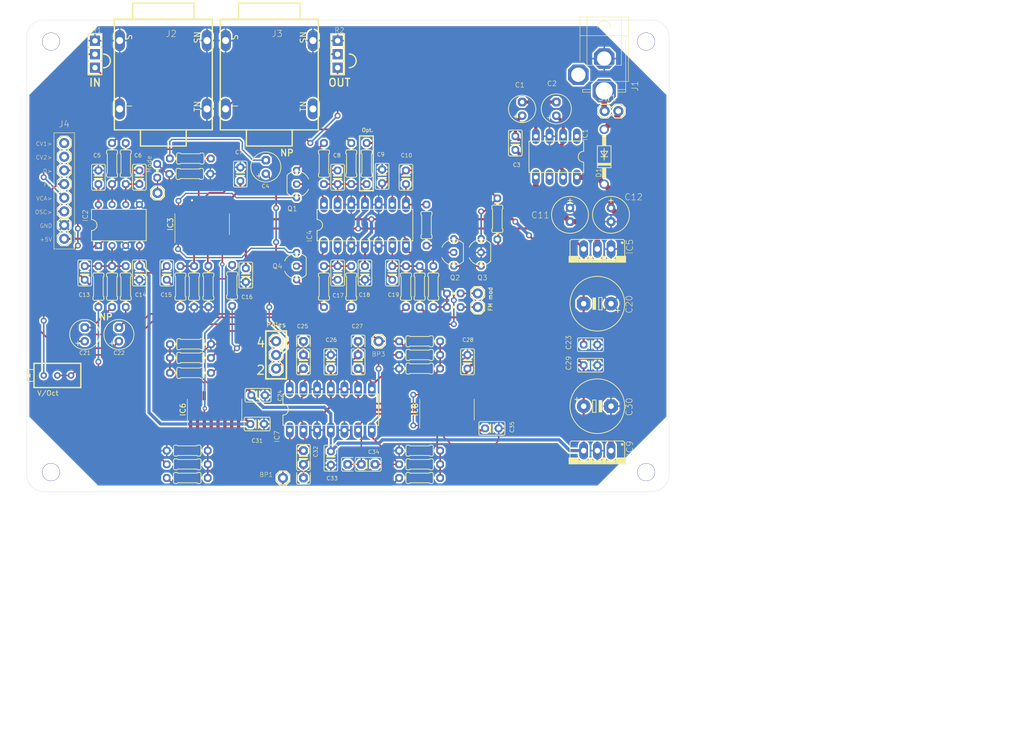
<source format=kicad_pcb>
(kicad_pcb (version 20211014) (generator pcbnew)
  (layers (0 "F.Cu" signal) (31 "B.Cu" signal) (34 "B.Paste" user) (35 "F.Paste" user) (36 "B.SilkS" user "B.Silkscreen") (37 "F.SilkS" user "F.Silkscreen") (38 "B.Mask" user) (39 "F.Mask" user) (44 "Edge.Cuts" user))
  (net 0 "")
  (net 1 "GND")
  (net 2 "Net-(C1-Pad+)")
  (net 3 "Net-(C1-Pad-)")
  (net 4 "Net-(C3-Pad2)")
  (net 5 "Net-(C4-Pad+)")
  (net 6 "Net-(C4-Pad-)")
  (net 7 "Net-(C6-Pad1)")
  (net 8 "Net-(C6-Pad2)")
  (net 9 "Net-(C8-Pad1)")
  (net 10 "Net-(C8-Pad2)")
  (net 11 "Net-(C10-Pad1)")
  (net 12 "Net-(C10-Pad2)")
  (net 13 "Net-(C11-Pad-)")
  (net 14 "Net-(C12-Pad+)")
  (net 15 "Net-(C13-Pad1)")
  (net 16 "/MIX")
  (net 17 "Net-(C15-Pad1)")
  (net 18 "Net-(C17-Pad1)")
  (net 19 "Net-(C17-Pad2)")
  (net 20 "Net-(C19-Pad1)")
  (net 21 "Net-(C19-Pad2)")
  (net 22 "Net-(C21-Pad+)")
  (net 23 "Net-(C21-Pad-)")
  (net 24 "Net-(C22-Pad+)")
  (net 25 "Net-(C22-Pad-)")
  (net 26 "/4P")
  (net 27 "Net-(C25-Pad2)")
  (net 28 "Net-(C27-Pad1)")
  (net 29 "Net-(C27-Pad2)")
  (net 30 "Net-(C32-Pad1)")
  (net 31 "Net-(C32-Pad2)")
  (net 32 "/2P")
  (net 33 "Net-(C34-Pad2)")
  (net 34 "Net-(D1-PadA)")
  (net 37 "/I_RESO")
  (net 39 "Net-(IC3-Pad3)")
  (net 40 "Net-(IC3-Pad4)")
  (net 41 "Net-(IC3-Pad5)")
  (net 43 "VCC")
  (net 47 "Net-(IC3-Pad13)")
  (net 49 "VEE")
  (net 50 "/I_GAIN")
  (net 51 "/I_CUTOFF")
  (net 57 "Net-(IC6-Pad14)")
  (net 60 "Net-(IC8-Pad3)")
  (net 65 "Net-(IC8-Pad14)")
  (net 68 "Net-(J1-Pad3)")
  (net 69 "Net-(J2-PadT)")
  (net 70 "Net-(J3-PadT)")
  (net 72 "Net-(J4-Pad2)")
  (net 73 "Net-(J4-Pad3)")
  (net 74 "Net-(J4-Pad4)")
  (net 77 "Net-(J6-Pad1)")
  (net 78 "Net-(J6-Pad2)")
  (net 79 "Net-(JP1-Pad1)")
  (net 80 "Net-(Q1-Pad3)")
  (net 81 "Net-(Q2-Pad3)")
  (net 82 "Net-(Q4-Pad3)")
  (net 83 "Net-(R2-PadE)")
  (net 84 "Net-(R22-Pad1)")
  (footprint "Shruthi-Analog-SMR4-mkII-v02:0204_7" (layer "F.Cu") (at 161.836099 123.4136)
    (fp_text reference "R30" hide)
    (fp_text value "10k")
  )
  (footprint "Shruthi-Analog-SMR4-mkII-v02:0204_7" (layer "F.Cu") (at 119.253 123.952 180)
    (fp_text reference "R29" hide)
    (fp_text value "10k")
  )
  (footprint "MountingHole:MountingHole_3.2mm_M3" (layer "F.Cu") (at 93.345 145.191401)
    (fp_text reference "REF**")
    (fp_text value "MountingHole_3.2mm_M3")
  )
  (footprint "Shruthi-Analog-SMR4-mkII-v02:NMJ4HC-S" (layer "F.Cu") (at 133.896099 70.0736 90)
    (fp_text reference "J3")
    (fp_text value "MONOSWS" hide)
  )
  (footprint "Shruthi-Analog-SMR4-mkII-v02:1X02" (layer "F.Cu") (at 95.796099 99.2836 -90)
    (fp_text reference "J5" hide)
    (fp_text value "M02PTH")
  )
  (footprint "Shruthi-Analog-SMR4-mkII-v02:78XXS" (layer "F.Cu") (at 194.856099 143.7336 180)
    (fp_text reference "IC9")
    (fp_text value "7805")
  )
  (footprint "Shruthi-Analog-SMR4-mkII-v02:0204_7" (layer "F.Cu") (at 102.146099 110.7136 -90)
    (fp_text reference "R13" hide)
    (fp_text value "33k")
  )
  (footprint "Shruthi-Analog-SMR4-mkII-v02:0204_7" (layer "F.Cu") (at 161.836099 141.1936)
    (fp_text reference "R35" hide)
    (fp_text value "220")
  )
  (footprint "Shruthi-Analog-SMR4-mkII-v02:1X02" (layer "F.Cu") (at 196.215 78.105)
    (fp_text reference "SW1")
    (fp_text value "M02PTH")
  )
  (footprint "Shruthi-Analog-SMR4-mkII-v02:CABLE_POT_6MM" (layer "F.Cu") (at 146.596099 67.5336 -90)
    (fp_text reference "R2")
    (fp_text value "10kA" hide)
  )
  (footprint "Shruthi-Analog-SMR4-mkII-v02:E2,5-6" (layer "F.Cu") (at 133.261099 88.4886 90)
    (fp_text reference "C4")
    (fp_text value "4.7u")
  )
  (footprint "Shruthi-Analog-SMR4-mkII-v02:0204_7" (layer "F.Cu") (at 161.836099 110.7136 90)
    (fp_text reference "R23" hide)
    (fp_text value "150k")
  )
  (footprint "Shruthi-Analog-SMR4-mkII-v02:E2,5-6" (layer "F.Cu") (at 99.606099 119.6036 90)
    (fp_text reference "C21")
    (fp_text value "4.7u")
  )
  (footprint "Shruthi-Analog-SMR4-mkII-v02:0204_7" (layer "F.Cu") (at 118.656099 143.7336)
    (fp_text reference "R36" hide)
    (fp_text value "10k")
  )
  (footprint "Shruthi-Analog-SMR4-mkII-v02:C025-025X050" (layer "F.Cu") (at 193.586099 125.3186)
    (fp_text reference "C29")
    (fp_text value "100n")
  )
  (footprint "Shruthi-Analog-SMR4-mkII-v02:E2,5-5" (layer "F.Cu") (at 180.886099 77.6936 90)
    (fp_text reference "C1")
    (fp_text value "10u")
  )
  (footprint "Shruthi-Analog-SMR4-mkII-v02:C025-025X050" (layer "F.Cu") (at 146.596099 90.3936 90)
    (fp_text reference "C8")
    (fp_text value "100n")
  )
  (footprint "Shruthi-Analog-SMR4-mkII-v02:E5-10,5" (layer "F.Cu") (at 194.856099 113.8886 180)
    (fp_text reference "C20")
    (fp_text value "220u")
  )
  (footprint "Shruthi-Analog-SMR4-mkII-v02:0204_7" (layer "F.Cu") (at 161.836099 120.8736 180)
    (fp_text reference "R28" hide)
    (fp_text value "10k")
  )
  (footprint "Shruthi-Analog-SMR4-mkII-v02:1X01" (layer "F.Cu") (at 113.1316 93.3196)
    (fp_text reference "JP1" hide)
    (fp_text value "M01PTH" hide)
  )
  (footprint "Shruthi-Analog-SMR4-mkII-v02:E2,5-6" (layer "F.Cu") (at 105.956099 119.6036 90)
    (fp_text reference "C22")
    (fp_text value "4.7u")
  )
  (footprint "Shruthi-Analog-SMR4-mkII-v02:0204_7" (layer "F.Cu") (at 161.836099 143.7336 180)
    (fp_text reference "R37" hide)
    (fp_text value "10k")
  )
  (footprint "Shruthi-Analog-SMR4-mkII-v02:TO92-" (layer "F.Cu") (at 173.266099 104.3636 90)
    (fp_text reference "Q3")
    (fp_text value "2N3906")
  )
  (footprint "Shruthi-Analog-SMR4-mkII-v02:1X01" (layer "F.Cu") (at 154.216099 120.8736)
    (fp_text reference "JP2" hide)
    (fp_text value "M01PTH" hide)
  )
  (footprint "Shruthi-Analog-SMR4-mkII-v02:0204_7" (layer "F.Cu") (at 161.836099 146.2736)
    (fp_text reference "R39" hide)
    (fp_text value "10k")
  )
  (footprint "Shruthi-Analog-SMR4-mkII-v02:DIL14" (layer "F.Cu") (at 151.676099 99.2836)
    (fp_text reference "IC4")
    (fp_text value "TL074P")
  )
  (footprint "Shruthi-Analog-SMR4-mkII-v02:0204_7" (layer "F.Cu") (at 117.386099 110.7136 -90)
    (fp_text reference "R16" hide)
    (fp_text value "10k")
  )
  (footprint "Shruthi-Analog-SMR4-mkII-v02:0204_7" (layer "F.Cu") (at 107.226099 87.8536 -90)
    (fp_text reference "R4" hide)
    (fp_text value "18k")
  )
  (footprint "Shruthi-Analog-SMR4-mkII-v02:C025-025X050" (layer "F.Cu") (at 156.756099 108.1736 -90)
    (fp_text reference "C19")
    (fp_text value "220n")
  )
  (footprint "Shruthi-Analog-SMR4-mkII-v02:0204_7" (layer "F.Cu") (at 149.136099 110.7136 90)
    (fp_text reference "R21" hide)
    (fp_text value "18k")
  )
  (footprint "Shruthi-Analog-SMR4-mkII-v02:C025-025X050" (layer "F.Cu") (at 175.26 137.0584 180)
    (fp_text reference "C35")
    (fp_text value "100n")
  )
  (footprint "Shruthi-Analog-SMR4-mkII-v02:79XXS" (layer "F.Cu") (at 194.856099 106.2686 180)
    (fp_text reference "IC5")
    (fp_text value "7905")
  )
  (footprint "Shruthi-Analog-SMR4-mkII-v02:0204_7" (layer "F.Cu") (at 118.656099 146.2736 180)
    (fp_text reference "R38" hide)
    (fp_text value "10k")
  )
  (footprint "Shruthi-Analog-SMR4-mkII-v02:0204_7" (layer "F.Cu") (at 159.296099 110.7136 90)
    (fp_text reference "R22" hide)
    (fp_text value "47k")
  )
  (footprint "Shruthi-Analog-SMR4-mkII-v02:C025-025X050" (layer "F.Cu") (at 102.146099 90.3936 90)
    (fp_text reference "C5")
    (fp_text value "100n")
  )
  (footprint "Shruthi-Analog-SMR4-mkII-v02:0204V" (layer "F.Cu") (at 113.0808 89.2048 90)
    (fp_text reference "R10" hide)
    (fp_text value "DNP" hide)
  )
  (footprint "Shruthi-Analog-SMR4-mkII-v02:0204_7" (layer "F.Cu") (at 118.656099 141.1936)
    (fp_text reference "R34" hide)
    (fp_text value "220")
  )
  (footprint "Shruthi-Analog-SMR4-mkII-v02:0204_7" (layer "F.Cu") (at 161.836099 125.9536)
    (fp_text reference "R32" hide)
    (fp_text value "220")
  )
  (footprint "Shruthi-Analog-SMR4-mkII-v02:C025-025X050" (layer "F.Cu") (at 151.676099 108.1736 -90)
    (fp_text reference "C18")
    (fp_text value "100n")
  )
  (footprint "Shruthi-Analog-SMR4-mkII-v02:C025-025X050" (layer "F.Cu") (at 154.8638 90.2208 -90)
    (fp_text reference "C9")
    (fp_text value "100n")
  )
  (footprint "Shruthi-Analog-SMR4-mkII-v02:DIL08" (layer "F.Cu") (at 187.236099 86.5836 180)
    (fp_text reference "IC1")
    (fp_text value "LT1054")
  )
  (footprint "Shruthi-Analog-SMR4-mkII-v02:0204_7" (layer "F.Cu") (at 163.106099 99.2836 -90)
    (fp_text reference "R11" hide)
    (fp_text value "1.0k")
  )
  (footprint "Shruthi-Analog-SMR4-mkII-v02:E5-10,5" (layer "F.Cu") (at 194.856099 132.9386)
    (fp_text reference "C30")
    (fp_text value "220u")
  )
  (footprint "Shruthi-Analog-SMR4-mkII-v02:C025-025X050" (layer "F.Cu") (at 179.616099 84.0436 -90)
    (fp_text reference "C3")
    (fp_text value "10p")
  )
  (footprint "Shruthi-Analog-SMR4-mkII-v02:0204_7" (layer "F.Cu") (at 164.376099 110.7136 90)
    (fp_text reference "R24" hide)
    (fp_text value "2.2k")
  )
  (footprint "MountingHole:MountingHole_3.2mm_M3" (layer "F.Cu") (at 203.9239 145.191401)
    (fp_text reference "REF**")
    (fp_text value "MountingHole_3.2mm_M3")
  )
  (footprint "Package_SO:SO-16_3.9x9.9mm_P1.27mm" (layer "F.Cu") (at 121.425 99.1264 90)
    (fp_text reference "IC3")
    (fp_text value "LM13700N")
  )
  (footprint "Shruthi-Analog-SMR4-mkII-v02:0204_7" (layer "F.Cu") (at 119.253 126.746)
    (fp_text reference "R27" hide)
    (fp_text value "10k")
  )
  (footprint "Shruthi-Analog-SMR4-mkII-v02:C025-025X050" (layer "F.Cu") (at 145.3388 142.5956 -90)
    (fp_text reference "C33")
    (fp_text value "100n")
  )
  (footprint "Shruthi-Analog-SMR4-mkII-v02:DIL08" (layer "F.Cu") (at 105.956099 99.2836)
    (fp_text reference "IC2")
    (fp_text value "TL072P")
  )
  (footprint "Shruthi-Analog-SMR4-mkII-v02:C2.5_5-2" (layer "F.Cu") (at 140.246099 124.6836 90)
    (fp_text reference "C25")
    (fp_text value "1n")
  )
  (footprint "Shruthi-Analog-SMR4-mkII-v02:C025-025X050" (layer "F.Cu") (at 170.726099 124.6836 90)
    (fp_text reference "C28")
    (fp_text value "100n")
  )
  (footprint "Shruthi-Analog-SMR4-mkII-v02:C025-025X050" (layer "F.Cu") (at 99.606099 108.1736 -90)
    (fp_text reference "C13")
    (fp_text value "100p")
  )
  (footprint "Shruthi-Analog-SMR4-mkII-v02:0204V" (layer "F.Cu") (at 168.186099 111.9836 180)
    (fp_text reference "R25" hide)
    (fp_text value "DNP" hide)
  )
  (footprint "Shruthi-Analog-SMR4-mkII-v02:TO92-" (layer "F.Cu") (at 168.186099 104.3636 90)
    (fp_text reference "Q2")
    (fp_text value "2N3906" hide)
  )
  (footprint "Shruthi-Analog-SMR4-mkII-v02:0204_7" (layer "F.Cu") (at 119.253 121.412 180)
    (fp_text reference "R31" hide)
    (fp_text value "220")
  )
  (footprint "Shruthi-Analog-SMR4-mkII-v02:C025-025X050" (layer "F.Cu") (at 131.65 136.25 180)
    (fp_text reference "C31")
    (fp_text value "100n")
  )
  (footprint "Shruthi-Analog-SMR4-mkII-v02:0204_7" (layer "F.Cu") (at 119.2276 86.9188 180)
    (fp_text reference "R6" hide)
    (fp_text value "10k")
  )
  (footprint "Shruthi-Analog-SMR4-mkII-v02:C2.5_5-2" (layer "F.Cu") (at 140.246099 142.4636 -90)
    (fp_text reference "C32")
    (fp_text value "1n")
  )
  (footprint "Shruthi-Analog-SMR4-mkII-v02:E2,5-7" (layer "F.Cu") (at 189.776099 97.3786 -90)
    (fp_text reference "C11")
    (fp_text value "100u")
  )
  (footprint "Shruthi-Analog-SMR4-mkII-v02:SPC4078_BIG_HOLES" (layer "F.Cu") (at 196.126099 68.8036 -90)
    (fp_text reference "J1")
    (fp_text value "JACK-PLUG2")
  )
  (footprint "Shruthi-Analog-SMR4-mkII-v02:0204_7" (layer "F.Cu") (at 127 110.49 -90)
    (fp_text reference "R19" hide)
    (fp_text value "10k")
  )
  (footprint "Shruthi-Analog-SMR4-mkII-v02:0204_7" (layer "F.Cu") (at 119.926099 110.7136 90)
    (fp_text reference "R17" hide)
    (fp_text value "220")
  )
  (footprint "Shruthi-Analog-SMR4-mkII-v02:E2,5-6" (layer "F.Cu") (at 187.236099 77.6936 90)
    (fp_text reference "C2")
    (fp_text value "100u")
  )
  (footprint "Shruthi-Analog-SMR4-mkII-v02:TO92-" (layer "F.Cu") (at 138.976099 91.6636 -90)
    (fp_text reference "Q1")
    (fp_text value "2N3906")
  )
  (footprint "Shruthi-Analog-SMR4-mkII-v02:TO92-" (layer "F.Cu") (at 138.976099 106.9036 90)
    (fp_text reference "Q4")
    (fp_text value "2N3906")
  )
  (footprint "Shruthi-Analog-SMR4-mkII-v02:C025-025X050" (layer "F.Cu") (at 146.596099 108.1736 -90)
    (fp_text reference "C17")
    (fp_text value "100n")
  )
  (footprint "Shruthi-Analog-SMR4-mkII-v02:0204_7" (layer "F.Cu") (at 119.126 89.7636 180)
    (fp_text reference "R5" hide)
    (fp_text value "220")
  )
  (footprint "Shruthi-Analog-SMR4-mkII-v02:C025-025X050" (layer "F.Cu") (at 131.825 130.9)
    (fp_text reference "C24")
    (fp_text value "100n")
  )
  (footprint "Shruthi-Analog-SMR4-mkII-v02:1X02" (layer "F.Cu") (at 172.631099 114.5236 90)
    (fp_text reference "J6" hide)
    (fp_text value "M02PTH")
  )
  (footprint "Shruthi-Analog-SMR4-mkII-v02:0204V" (layer "F.Cu") (at 168.186099 114.5236 180)
    (fp_text reference "R26" hide)
    (fp_text value "DNP" hide)
  )
  (footprint "Shruthi-Analog-SMR4-mkII-v02:0204_7" (layer "F.Cu") (at 122.5804 110.6932 -90)
    (fp_text reference "R18" hide)
    (fp_text value "1.0k")
  )
  (footprint "Shruthi-Analog-SMR4-mkII-v02:1X03" (layer "F.Cu") (at 135.166099 125.9536 90)
    (fp_text reference "JP3" hide)
    (fp_text value "M03PTH")
  )
  (footprint "Shruthi-Analog-SMR4-mkII-v02:CABLE_POT_6MM" (layer "F.Cu") (at 101.511099 67.5336 -90)
    (fp_text reference "R1")
    (fp_text value "10kA" hide)
  )
  (footprint "Shruthi-Analog-SMR4-mkII-v02:NMJ4HC-S" (layer "F.Cu") (at 114.211099 70.0736 90)
    (fp_text reference "J2")
    (fp_text value "MONOSWS" hide)
  )
  (footprint "Shruthi-Analog-SMR4-mkII-v02:1X01" (layer "F.Cu") (at 136.436099 146.2736)
    (fp_text reference "JP4" hide)
    (fp_text value "M01PTH" hide)
  )
  (footprint "Shruthi-Analog-SMR4-mkII-v02:C025-025X050" (layer "F.Cu") (at 193.586099 121.5086 180)
    (fp_text reference "C23")
    (fp_text value "100n")
  )
  (footprint "Shruthi-Analog-SMR4-mkII-v02:C2.5_5-2" (layer "F.Cu") (at 152.273 143.7386 180)
    (fp_text reference "C34")
    (fp_text value "1n")
  )
  (footprint "Shruthi-Analog-SMR4-mkII-v02:DIL14" (layer "F.Cu") (at 145.326099 133.5736)
    (fp_text reference "IC7")
    (fp_text value "TL074P")
  )
  (footprint "Shruthi-Analog-SMR4-mkII-v02:0204_7" (layer "F.Cu") (at 104.686099 87.8536 -90)
    (fp_text reference "R3" hide)
    (fp_text value "68")
  )
  (footprint "Shruthi-Analog-SMR4-mkII-v02:C025-025X050" (layer "F.Cu") (at 109.766099 108.1736 90)
    (fp_text reference "C14")
    (fp_text value "100n")
  )
  (footprint "Shruthi-Analog-SMR4-mkII-v02:1X06" (layer "F.Cu") (at 95.796099 96.7436 90)
    (fp_text reference "J4")
    (fp_text value "M06SIP")
  )
  (footprint "Shruthi-Analog-SMR4-mkII-v02:C025-025X050" (layer "F.Cu") (at 128.524 89.8144 90)
    (fp_text reference "C7")
    (fp_text value "100n")
  )
  (footprint "Shruthi-Analog-SMR4-mkII-v02:0204_7" (layer "F.Cu") (at 149.136099 87.8536 -90)
    (fp_text reference "R8" hide)
    (fp_text value "18k")
  )
  (footprint "Shruthi-Analog-SMR4-mkII-v02:0204_7" (layer "F.Cu") (at 176.276 98.1202 90)
    (fp_text reference "R12" hide)
    (fp_text value "330k")
  )
  (footprint "Shruthi-Analog-SMR4-mkII-v02:DO41-10" (layer "F.Cu") (at 196.126099 86.5836 90)
    (fp_text reference "D1")
    (fp_text value "1N4001")
  )
  (footprint "Shruthi-Analog-SMR4-mkII-v02:C025-025X050" (layer "F.Cu") (at 159.296099 90.3936 90)
    (fp_text reference "C10")
    (fp_text value "100p")
  )
  (footprint "Package_SO:SO-16_3.9x9.9mm_P1.27mm" (layer "F.Cu") (at 166.916099 133.5736 90)
    (fp_text reference "IC8")
    (fp_text value "LM13700N")
  )
  (footprint "Shruthi-Analog-SMR4-mkII-v02:E2,5-7" (layer "F.Cu") (at 197.396099 97.3786 -90)
    (fp_text reference "C12")
    (fp_text value "100u")
  )
  (footprint "Shruthi-Analog-SMR4-mkII-v02:C2.5_5-2" (layer "F.Cu") (at 150.406099 124.6836 90)
    (fp_text reference "C27")
    (fp_text value "1n")
  )
  (footprint "Shruthi-Analog-SMR4-mkII-v02:C025-025X050" (layer "F.Cu") (at 114.846099 108.1736 90)
    (fp_text reference "C15")
    (fp_text value "220n")
  )
  (footprint "MountingHole:MountingHole_3.2mm_M3" (layer "F.Cu") (at 93.345 65.181401)
    (fp_text reference "REF**" hide)
    (fp_text value "MountingHole_3.2mm_M3")
  )
  (footprint "Shruthi-Analog-SMR4-mkII-v02:0204_7" (layer "F.Cu") (at 107.226099 110.7136 90)
    (fp_text reference "R15" hide)
    (fp_text value "10k")
  )
  (footprint "Shruthi-Analog-SMR4-mkII-v02:RTRIM3296X" (layer "F.Cu") (at 94.526099 127.2236 90)
    (fp_text reference "R33" hide)
    (fp_text value "20k")
  )
  (footprint "Shruthi-Analog-SMR4-mkII-v02:C025-025X050" (layer "F.Cu") (at 109.766099 90.3936 90)
    (fp_text reference "C6")
    (fp_text value "100p")
  )
  (footprint "Shruthi-Analog-SMR4-mkII-v02:C025-025X050" (layer "F.Cu") (at 145.326099 124.6836 -90)
    (fp_text reference "C26")
    (fp_text value "100n")
  )
  (footprint "Shruthi-Analog-SMR4-mkII-v02:0204_7" (layer "F.Cu") (at 144.056099 87.8536 90)
    (fp_text reference "R7" hide)
    (fp_text value "2.2k")
  )
  (footprint "Shruthi-Analog-SMR4-mkII-v02:C025-025X050" (layer "F.Cu") (at 129.54 108.585 90)
    (fp_text reference "C16")
    (fp_text value "100n")
  )
  (footprint "MountingHole:MountingHole_3.2mm_M3" (layer "F.Cu") (at 203.9239 65.181401)
    (fp_text reference "REF**")
    (fp_text value "MountingHole_3.2mm_M3")
  )
  (footprint "Package_SO:SO-16_3.9x9.9mm_P1.27mm" (layer "F.Cu") (at 123.736099 133.5736 90)
    (fp_text reference "IC6")
    (fp_text value "LM13700N")
  )
  (footprint "Shruthi-Analog-SMR4-mkII-v02:0204_7" (layer "F.Cu") (at 104.686099 110.7136 90)
    (fp_text reference "R14" hide)
    (fp_text value "100k")
  )
  (footprint "Shruthi-Analog-SMR4-mkII-v02:0204_7" (layer "F.Cu") (at 151.9936 87.8536 -90)
    (fp_text reference "R9" hide)
    (fp_text value "1M")
  )
  (footprint "Shruthi-Analog-SMR4-mkII-v02:0204_7" (layer "F.Cu") (at 144.056099 110.7136 -90)
    (fp_text reference "R20" hide)
    (fp_text value "2.2k")
  )
  (gr_line (start 150.6728 82.7278) (end 150.6728 92.8878) (layer "F.SilkS") (width 0.254))
  (gr_line (start 153.2128 92.8878) (end 153.2128 82.7278) (layer "F.SilkS") (width 0.254))
  (gr_line (start 150.6728 92.8878) (end 153.2128 92.8878) (layer "F.SilkS") (width 0.254))
  (gr_line (start 93.891099 82.1386) (end 97.701099 82.1386) (layer "F.SilkS") (width 0.1016))
  (gr_line (start 97.701099 82.1386) (end 97.701099 103.7286) (layer "F.SilkS") (width 0.1016))
  (gr_line (start 137.071099 127.8586) (end 137.071099 118.9686) (layer "F.SilkS") (width 0.3048))
  (gr_arc (start 103.0986 67.5132) (mid 103.996626 67.885174) (end 104.3686 68.7832) (layer "F.SilkS") (width 0.254))
  (gr_line (start 97.701099 103.7286) (end 93.891099 103.7286) (layer "F.SilkS") (width 0.1016))
  (gr_arc (start 150.0378 68.7578) (mid 149.665826 69.655826) (end 148.7678 70.0278) (layer "F.SilkS") (width 0.254))
  (gr_line (start 133.261099 127.8586) (end 137.071099 127.8586) (layer "F.SilkS") (width 0.3048))
  (gr_line (start 133.261099 118.9686) (end 133.261099 127.8586) (layer "F.SilkS") (width 0.3048))
  (gr_line (start 93.891099 103.7286) (end 93.891099 82.1386) (layer "F.SilkS") (width 0.1016))
  (gr_line (start 137.071099 118.9686) (end 133.261099 118.9686) (layer "F.SilkS") (width 0.3048))
  (gr_arc (start 148.7678 67.4878) (mid 149.665826 67.859774) (end 150.0378 68.7578) (layer "F.SilkS") (width 0.254))
  (gr_arc (start 104.3686 68.7832) (mid 103.996626 69.681226) (end 103.0986 70.0532) (layer "F.SilkS") (width 0.254))
  (gr_line (start 153.2128 82.7278) (end 150.6728 82.7278) (layer "F.SilkS") (width 0.254))
  (gr_arc (start 88.811099 64.3586) (mid 89.738106 62.120607) (end 91.976099 61.1936) (layer "Edge.Cuts") (width 0.05))
  (gr_line (start 91.986099 148.8136) (end 205.016099 148.8136) (layer "Edge.Cuts") (width 0.05))
  (gr_line (start 205.026099 61.1936) (end 91.976099 61.1936) (layer "Edge.Cuts") (width 0.05))
  (gr_arc (start 208.1911 145.638599) (mid 207.261164 147.883664) (end 205.016099 148.8136) (layer "Edge.Cuts") (width 0.05))
  (gr_line (start 208.191099 145.6386) (end 208.191099 64.3586) (layer "Edge.Cuts") (width 0.05))
  (gr_arc (start 91.9861 148.813599) (mid 89.741036 147.883664) (end 88.811099 145.6386) (layer "Edge.Cuts") (width 0.05))
  (gr_line (start 88.811099 64.3586) (end 88.811099 145.6386) (layer "Edge.Cuts") (width 0.05))
  (gr_arc (start 205.026099 61.1936) (mid 207.264092 62.120607) (end 208.191099 64.3586) (layer "Edge.Cuts") (width 0.05))
  (gr_text "Opt." (at 151.0284 82.042) (layer "F.SilkS") (effects (font (size 0.69088 0.69088) (thickness 0.12192)) (justify left bottom)))
  (gr_text "GND" (at 93.586299 98.9788) (layer "F.SilkS") (effects (font (size 0.747776 0.747776) (thickness 0.065024)) (justify right top)))
  (gr_text "OSC>" (at 93.586299 96.4388) (layer "F.SilkS") (effects (font (size 0.747776 0.747776) (thickness 0.065024)) (justify right top)))
  (gr_text "VCA>" (at 93.586299 93.8988) (layer "F.SilkS") (effects (font (size 0.747776 0.747776) (thickness 0.065024)) (justify right top)))
  (gr_text "IN" (at 102.781099 71.9786) (layer "F.SilkS") (effects (font (size 1.42494 1.42494) (thickness 0.25146)) (justify right top)))
  (gr_text "Mode" (at 112.08568 89.60668 90) (layer "F.SilkS") (effects (font (size 0.841248 0.841248) (thickness 0.073152)) (justify left bottom)))
  (gr_text "CV1>" (at 93.586299 83.7388) (layer "F.SilkS") (effects (font (size 0.747776 0.747776) (thickness 0.065024)) (justify right top)))
  (gr_text "V/Oct" (at 90.716099 131.0336) (layer "F.SilkS") (effects (font (size 0.89408 0.89408) (thickness 0.12192)) (justify left bottom)))
  (gr_text "BP1" (at 132.0292 146.1516) (layer "F.SilkS") (effects (font (size 0.841248 0.841248) (thickness 0.073152)) (justify left bottom)))
  (gr_text "F>" (at 93.586299 91.3588) (layer "F.SilkS") (effects (font (size 0.747776 0.747776) (thickness 0.065024)) (justify right top)))
  (gr_text "+5V" (at 93.586299 101.5188) (layer "F.SilkS") (effects (font (size 0.747776 0.747776) (thickness 0.065024)) (justify right top)))
  (gr_text "4" (at 131.356099 122.1436) (layer "F.SilkS") (effects (font (size 1.698752 1.698752) (thickness 0.231648)) (justify left bottom)))
  (gr_text "Poles" (at 133.261099 118.3336) (layer "F.SilkS") (effects (font (size 0.89408 0.89408) (thickness 0.12192)) (justify left bottom)))
  (gr_text "BP3" (at 155.486099 122.7786) (layer "F.SilkS") (effects (font (size 0.841248 0.841248) (thickness 0.073152)) (justify right top)))
  (gr_text "Q>" (at 93.586299 88.8188) (layer "F.SilkS") (effects (font (size 0.747776 0.747776) (thickness 0.065024)) (justify right top)))
  (gr_text "FM mod" (at 174.536099 110.7136 90) (layer "F.SilkS") (effects (font (size 0.75565 0.75565) (thickness 0.13335)) (justify right top)))
  (gr_text "2" (at 131.356099 127.2236) (layer "F.SilkS") (effects (font (size 1.698752 1.698752) (thickness 0.231648)) (justify left bottom)))
  (gr_text "NP" (at 102.146099 117.0636) (layer "F.SilkS") (effects (font (size 1.20904 1.20904) (thickness 0.21336)) (justify left bottom)))
  (gr_text "NP" (at 135.801099 86.5836) (layer "F.SilkS") (effects (font (size 1.20904 1.20904) (thickness 0.21336)) (justify left bottom)))
  (gr_text "OUT" (at 149.136099 71.9786) (layer "F.SilkS") (effects (font (size 1.42494 1.42494) (thickness 0.25146)) (justify right top)))
  (gr_text "CV2>" (at 93.586299 86.2788) (layer "F.SilkS") (effects (font (size 0.747776 0.747776) (thickness 0.065024)) (justify right top)))
  (segment (start 176.53 139.319) (end 176.53 137.0584) (width 0.25) (layer "F.Cu") (net 1))
  (segment (start 123.101099 129.318857) (end 123.101099 130.9986) (width 0.25) (layer "F.Cu") (net 1))
  (segment (start 120.716121 126.933879) (end 123.101099 129.318857) (width 0.25) (layer "F.Cu") (net 1))
  (segment (start 168.4782 140.8176) (end 175.0314 140.8176) (width 0.25) (layer "F.Cu") (net 1))
  (segment (start 119.5324 94.6912) (end 119.5324 96.539) (width 0.25) (layer "F.Cu") (net 1))
  (segment (start 166.281099 136.1486) (end 166.281099 138.620499) (width 0.25) (layer "F.Cu") (net 1))
  (segment (start 123.063 121.412) (end 120.716121 123.758879) (width 0.25) (layer "F.Cu") (net 1))
  (segment (start 120.716121 123.758879) (end 120.716121 126.933879) (width 0.25) (layer "F.Cu") (net 1))
  (segment (start 123.101099 130.9986) (end 123.101099 136.1486) (width 0.25) (layer "F.Cu") (net 1))
  (segment (start 166.281099 127.8586) (end 170.726099 123.4136) (width 0.25) (layer "F.Cu") (net 1))
  (segment (start 166.281099 130.9986) (end 166.281099 127.8586) (width 0.25) (layer "F.Cu") (net 1))
  (segment (start 175.0314 140.8176) (end 176.53 139.319) (width 0.25) (layer "F.Cu") (net 1))
  (segment (start 166.281099 138.620499) (end 168.4782 140.8176) (width 0.25) (layer "F.Cu") (net 1))
  (segment (start 119.5324 96.539) (end 119.52 96.5514) (width 0.25) (layer "F.Cu") (net 1))
  (via (at 119.5324 94.6912) (size 0.8) (drill 0.4) (layers "F.Cu" "B.Cu") (net 1))
  (segment (start 188.506099 84.0436) (end 188.506099 82.7736) (width 0.6096) (layer "F.Cu") (net 2))
  (segment (start 188.506099 82.7736) (end 188.506099 80.2336) (width 0.6096) (layer "F.Cu") (net 2))
  (segment (start 179.616099 80.2336) (end 180.886099 78.9636) (width 0.6096) (layer "F.Cu") (net 2))
  (segment (start 179.616099 82.7736) (end 179.616099 80.2336) (width 0.6096) (layer "F.Cu") (net 2))
  (segment (start 182.156099 85.3136) (end 187.236099 85.3136) (width 0.6096) (layer "F.Cu") (net 2))
  (segment (start 188.506099 80.2336) (end 187.236099 78.9636) (width 0.6096) (layer "F.Cu") (net 2))
  (segment (start 187.236099 85.3136) (end 188.506099 84.0436) (width 0.6096) (layer "F.Cu") (net 2))
  (segment (start 179.616099 82.7736) (end 182.156099 85.3136) (width 0.6096) (layer "F.Cu") (net 2))
  (segment (start 183.426099 76.4236) (end 180.886099 76.4236) (width 0.6096) (layer "F.Cu") (net 3))
  (segment (start 183.426099 76.4236) (end 187.236099 76.4236) (width 0.6096) (layer "F.Cu") (net 3))
  (segment (start 183.426099 82.7736) (end 183.426099 76.4236) (width 0.6096) (layer "F.Cu") (net 3))
  (segment (start 181.521099 87.2186) (end 179.616099 85.3136) (width 0.6096) (layer "F.Cu") (net 4))
  (segment (start 181.521099 87.2186) (end 186.601099 87.2186) (width 0.6096) (layer "F.Cu") (net 4))
  (segment (start 188.506099 89.1236) (end 188.506099 90.3936) (width 0.6096) (layer "F.Cu") (net 4))
  (segment (start 186.601099 87.2186) (end 188.506099 89.1236) (width 0.6096) (layer "F.Cu") (net 4))
  (segment (start 133.896099 114.5236) (end 133.896099 105.6336) (width 0.3048) (layer "F.Cu") (net 5))
  (segment (start 135.166099 91.6636) (end 133.261099 89.7586) (width 0.3048) (layer "F.Cu") (net 5))
  (segment (start 133.896099 105.6336) (end 135.166099 104.3636) (width 0.3048) (layer "F.Cu") (net 5))
  (segment (start 135.166099 104.3636) (end 135.166099 102.4586) (width 0.3048) (layer "F.Cu") (net 5))
  (segment (start 135.166099 96.1086) (end 135.166099 91.6636) (width 0.3048) (layer "F.Cu") (net 5))
  (via (at 135.166099 102.4586) (size 1.108) (drill 0.6) (layers "F.Cu" "B.Cu") (net 5))
  (via (at 135.166099 96.1086) (size 1.108) (drill 0.6) (layers "F.Cu" "B.Cu") (net 5))
  (via (at 133.896099 114.5236) (size 1.108) (drill 0.6) (layers "F.Cu" "B.Cu") (net 5))
  (segment (start 135.801099 123.4136) (end 137.071099 122.1436) (width 0.3048) (layer "B.Cu") (net 5))
  (segment (start 135.166099 102.4586) (end 135.166099 96.1086) (width 0.3048) (layer "B.Cu") (net 5))
  (segment (start 137.071099 122.1436) (end 137.071099 120.2386) (width 0.3048) (layer "B.Cu") (net 5))
  (segment (start 137.071099 120.2386) (end 133.896099 117.0636) (width 0.3048) (layer "B.Cu") (net 5))
  (segment (start 135.166099 123.4136) (end 135.801099 123.4136) (width 0.3048) (layer "B.Cu") (net 5))
  (segment (start 133.896099 117.0636) (end 133.896099 114.5236) (width 0.3048) (layer "B.Cu") (net 5))
  (segment (start 115.3668 83.82) (end 115.824 83.3628) (width 0.25) (layer "B.Cu") (net 6))
  (segment (start 115.4176 86.9188) (end 115.4176 83.8708) (width 0.25) (layer "B.Cu") (net 6))
  (segment (start 115.824 83.3628) (end 128.4224 83.3628) (width 0.25) (layer "B.Cu") (net 6))
  (segment (start 128.4224 83.3628) (end 128.8796 83.82) (width 0.25) (layer "B.Cu") (net 6))
  (segment (start 115.4176 83.8708) (end 115.3668 83.82) (width 0.25) (layer "B.Cu") (net 6))
  (segment (start 130.8558 87.2186) (end 133.261099 87.2186) (width 0.25) (layer "B.Cu") (net 6))
  (segment (start 128.8796 85.2424) (end 130.8558 87.2186) (width 0.25) (layer "B.Cu") (net 6))
  (segment (start 128.8796 83.82) (end 128.8796 85.2424) (width 0.25) (layer "B.Cu") (net 6))
  (segment (start 113.3856 85.1916) (end 120.439099 85.1916) (width 0.3048) (layer "F.Cu") (net 7))
  (segment (start 107.226099 91.6636) (end 109.766099 91.6636) (width 0.3048) (layer "F.Cu") (net 7))
  (segment (start 125.3364 93.275) (end 122.75 93.275) (width 0.3048) (layer "F.Cu") (net 7))
  (segment (start 110.268795 90.18992) (end 110.832419 89.626296) (width 0.3048) (layer "F.Cu") (net 7))
  (segment (start 122.75 93.275) (end 122.06 93.965) (width 0.3048) (layer "F.Cu") (net 7))
  (segment (start 126.276099 92.335301) (end 125.3364 93.275) (width 0.3048) (layer "F.Cu") (net 7))
  (segment (start 122.06 93.965) (end 122.06 96.5514) (width 0.3048) (layer "F.Cu") (net 7))
  (segment (start 107.226099 95.4736) (end 107.226099 91.6636) (width 0.3048) (layer "F.Cu") (net 7))
  (segment (start 110.832419 89.626296) (end 110.832419 87.744781) (width 0.3048) (layer "F.Cu") (net 7))
  (segment (start 109.766099 91.6636) (end 109.766099 90.18992) (width 0.3048) (layer "F.Cu") (net 7))
  (segment (start 120.90448 85.656981) (end 123.344797 85.656981) (width 0.3048) (layer "F.Cu") (net 7))
  (segment (start 120.439099 85.1916) (end 120.90448 85.656981) (width 0.3048) (layer "F.Cu") (net 7))
  (segment (start 110.832419 87.744781) (end 113.3856 85.1916) (width 0.3048) (layer "F.Cu") (net 7))
  (segment (start 123.344797 85.656981) (end 126.276099 88.588283) (width 0.3048) (layer "F.Cu") (net 7))
  (segment (start 109.766099 90.18992) (end 110.268795 90.18992) (width 0.3048) (layer "F.Cu") (net 7))
  (segment (start 126.276099 88.588283) (end 126.276099 92.335301) (width 0.3048) (layer "F.Cu") (net 7))
  (segment (start 104.686099 91.6636) (end 107.226099 89.1236) (width 0.3048) (layer "F.Cu") (net 8))
  (segment (start 107.226099 89.1236) (end 107.226099 84.0436) (width 0.3048) (layer "F.Cu") (net 8))
  (segment (start 104.686099 95.4736) (end 104.686099 91.6636) (width 0.3048) (layer "F.Cu") (net 8))
  (segment (start 107.226099 89.1236) (end 109.766099 89.1236) (width 0.3048) (layer "F.Cu") (net 8))
  (segment (start 146.596099 91.6636) (end 149.136099 91.6636) (width 0.3048) (layer "F.Cu") (net 9))
  (segment (start 146.596099 91.6636) (end 144.056099 91.6636) (width 0.3048) (layer "F.Cu") (net 9))
  (segment (start 146.596099 95.4736) (end 146.596099 91.6636) (width 0.3048) (layer "F.Cu") (net 9))
  (segment (start 149.136099 91.6636) (end 151.676099 91.6636) (width 0.3048) (layer "F.Cu") (net 9))
  (segment (start 144.056099 94.2036) (end 141.516099 91.6636) (width 0.3048) (layer "F.Cu") (net 10))
  (segment (start 144.056099 95.4736) (end 144.056099 94.2036) (width 0.3048) (layer "F.Cu") (net 10))
  (segment (start 141.516099 91.6636) (end 138.976099 91.6636) (width 0.3048) (layer "F.Cu") (net 10))
  (segment (start 144.056099 89.1236) (end 146.596099 89.1236) (width 0.3048) (layer "F.Cu") (net 10))
  (segment (start 141.516099 91.6636) (end 144.056099 89.1236) (width 0.3048) (layer "F.Cu") (net 10))
  (segment (start 159.296099 95.4736) (end 159.296099 91.6636) (width 0.3048) (layer "F.Cu") (net 11))
  (segment (start 159.296099 95.4736) (end 163.106099 95.4736) (width 0.3048) (layer "F.Cu") (net 11))
  (segment (start 173.8426 96.7436) (end 176.276 94.3102) (width 0.3048) (layer "F.Cu") (net 12))
  (segment (start 156.756099 91.6636) (end 159.296099 89.1236) (width 0.3048) (layer "F.Cu") (net 12))
  (segment (start 159.296099 89.1236) (end 171.0894 89.1236) (width 0.3048) (layer "F.Cu") (net 12))
  (segment (start 171.0894 89.1236) (end 176.276 94.3102) (width 0.3048) (layer "F.Cu") (net 12))
  (segment (start 173.266099 96.7436) (end 173.8426 96.7436) (width 0.3048) (layer "F.Cu") (net 12))
  (segment (start 156.756099 95.4736) (end 156.756099 91.6636) (width 0.3048) (layer "F.Cu") (net 12))
  (via (at 173.266099 96.7436) (size 1.108) (drill 0.6) (layers "F.Cu" "B.Cu") (net 12))
  (segment (start 173.266099 96.7436) (end 173.266099 101.8236) (width 0.3048) (layer "B.Cu") (net 12))
  (segment (start 183.426099 92.2986) (end 183.426099 90.3936) (width 1.016) (layer "F.Cu") (net 13))
  (segment (start 189.776099 98.6486) (end 191.681099 98.6486) (width 1.016) (layer "F.Cu") (net 13))
  (segment (start 191.681099 98.6486) (end 194.856099 101.8236) (width 1.016) (layer "F.Cu") (net 13))
  (segment (start 194.856099 101.8236) (end 194.856099 103.7286) (width 1.016) (layer "F.Cu") (net 13))
  (segment (start 183.426099 92.2986) (end 189.776099 98.6486) (width 1.016) (layer "F.Cu") (net 13))
  (segment (start 197.396099 137.3836) (end 199.936099 134.8436) (width 1.016) (layer "F.Cu") (net 14))
  (segment (start 194.856099 90.3936) (end 191.046099 90.3936) (width 1.016) (layer "F.Cu") (net 14))
  (segment (start 197.396099 92.9336) (end 196.126099 91.6636) (width 1.016) (layer "F.Cu") (net 14))
  (segment (start 196.126099 91.6636) (end 194.856099 90.3936) (width 1.016) (layer "F.Cu") (net 14))
  (segment (start 199.936099 134.8436) (end 199.936099 98.6486) (width 1.016) (layer "F.Cu") (net 14))
  (segment (start 197.396099 141.1936) (end 197.396099 137.3836) (width 1.016) (layer "F.Cu") (net 14))
  (segment (start 197.396099 96.1086) (end 197.396099 92.9336) (width 1.016) (layer "F.Cu") (net 14))
  (segment (start 199.936099 98.6486) (end 197.396099 96.1086) (width 1.016) (layer "F.Cu") (net 14))
  (segment (start 102.146099 106.9036) (end 104.686099 106.9036) (width 0.3048) (layer "F.Cu") (net 15))
  (segment (start 104.686099 106.9036) (end 107.226099 106.9036) (width 0.3048) (layer "F.Cu") (net 15))
  (segment (start 99.606099 106.9036) (end 102.146099 106.9036) (width 0.3048) (layer "F.Cu") (net 15))
  (segment (start 104.686099 106.9036) (end 104.686099 103.0936) (width 0.3048) (layer "F.Cu") (net 15))
  (segment (start 104.051099 101.1886) (end 107.226099 101.1886) (width 0.3048) (layer "F.Cu") (net 16))
  (segment (start 101.511099 103.0936) (end 102.146099 103.0936) (width 0.3048) (layer "F.Cu") (net 16))
  (segment (start 107.226099 101.1886) (end 108.496099 102.4586) (width 0.3048) (layer "F.Cu") (net 16))
  (segment (start 102.146099 111.9836) (end 99.606099 109.4436) (width 0.3048) (layer "F.Cu") (net 16))
  (segment (start 98.336099 106.2686) (end 101.511099 103.0936) (width 0.3048) (layer "F.Cu") (net 16))
  (segment (start 99.606099 109.4436) (end 98.336099 108.1736) (width 0.3048) (layer "F.Cu") (net 16))
  (segment (start 102.146099 114.5236) (end 102.146099 111.9836) (width 0.3048) (layer "F.Cu") (net 16))
  (segment (start 102.146099 103.0936) (end 104.051099 101.1886) (width 0.3048) (layer "F.Cu") (net 16))
  (segment (start 102.146099 131.0336) (end 102.146099 124.6836) (width 0.3048) (layer "F.Cu") (net 16))
  (segment (start 113.576099 108.1736) (end 114.846099 106.9036) (width 0.3048) (layer "F.Cu") (net 16))
  (segment (start 108.496099 107.5386) (end 109.131099 108.1736) (width 0.3048) (layer "F.Cu") (net 16))
  (segment (start 108.496099 102.4586) (end 108.496099 107.5386) (width 0.3048) (layer "F.Cu") (net 16))
  (segment (start 109.131099 108.1736) (end 113.576099 108.1736) (width 0.3048) (layer "F.Cu") (net 16))
  (segment (start 114.846099 143.7336) (end 102.146099 131.0336) (width 0.3048) (layer "F.Cu") (net 16))
  (segment (start 98.336099 108.1736) (end 98.336099 106.2686) (width 0.3048) (layer "F.Cu") (net 16))
  (via (at 102.146099 124.6836) (size 1.108) (drill 0.6) (layers "F.Cu" "B.Cu") (net 16))
  (segment (start 102.146099 124.6836) (end 102.146099 114.5236) (width 0.3048) (layer "B.Cu") (net 16))
  (segment (start 117.386099 114.5236) (end 117.386099 111.9836) (width 0.3048) (layer "F.Cu") (net 17))
  (segment (start 117.386099 111.9836) (end 114.846099 109.4436) (width 0.3048) (layer "F.Cu") (net 17))
  (segment (start 146.596099 106.9036) (end 146.596099 103.0936) (width 0.3048) (layer "F.Cu") (net 18))
  (segment (start 146.596099 106.9036) (end 149.136099 106.9036) (width 0.3048) (layer "F.Cu") (net 18))
  (segment (start 144.056099 106.9036) (end 146.596099 106.9036) (width 0.3048) (layer "F.Cu") (net 18))
  (segment (start 144.056099 109.4436) (end 146.596099 109.4436) (width 0.3048) (layer "F.Cu") (net 19))
  (segment (start 141.516099 106.9036) (end 144.056099 109.4436) (width 0.3048) (layer "F.Cu") (net 19))
  (segment (start 144.056099 104.3636) (end 144.056099 103.0936) (width 0.3048) (layer "F.Cu") (net 19))
  (segment (start 141.516099 106.9036) (end 144.056099 104.3636) (width 0.3048) (layer "F.Cu") (net 19))
  (segment (start 138.976099 106.9036) (end 141.516099 106.9036) (width 0.3048) (layer "F.Cu") (net 19))
  (segment (start 161.836099 106.9036) (end 166.916099 111.9836) (width 0.3048) (layer "F.Cu") (net 20))
  (segment (start 156.756099 106.9036) (end 159.296099 106.9036) (width 0.3048) (layer "F.Cu") (net 20))
  (segment (start 156.756099 106.9036) (end 156.756099 103.0936) (width 0.3048) (layer "F.Cu") (net 20))
  (segment (start 166.916099 111.9836) (end 166.916099 114.5236) (width 0.3048) (layer "F.Cu") (net 20))
  (segment (start 166.916099 114.5236) (end 164.376099 114.5236) (width 0.3048) (layer "F.Cu") (net 20))
  (segment (start 159.296099 106.9036) (end 161.836099 106.9036) (width 0.3048) (layer "F.Cu") (net 20))
  (segment (start 155.486099 101.8236) (end 156.121099 101.1886) (width 0.3048) (layer "F.Cu") (net 21))
  (segment (start 155.486099 108.1736) (end 156.756099 109.4436) (width 0.3048) (layer "F.Cu") (net 21))
  (segment (start 158.661099 101.1886) (end 159.296099 101.8236) (width 0.3048) (layer "F.Cu") (net 21))
  (segment (start 159.296099 103.0936) (end 159.296099 103.7286) (width 0.3048) (layer "F.Cu") (net 21))
  (segment (start 155.486099 108.1736) (end 155.486099 101.8236) (width 0.3048) (layer "F.Cu") (net 21))
  (segment (start 159.296099 101.8236) (end 159.296099 103.0936) (width 0.3048) (layer "F.Cu") (net 21))
  (segment (start 156.121099 101.1886) (end 158.661099 101.1886) (width 0.3048) (layer "F.Cu") (net 21))
  (segment (start 159.931099 104.3636) (end 164.376099 104.3636) (width 0.3048) (layer "F.Cu") (net 21))
  (segment (start 164.376099 104.3636) (end 164.376099 106.9036) (width 0.3048) (layer "F.Cu") (net 21))
  (segment (start 159.296099 103.7286) (end 159.931099 104.3636) (width 0.3048) (layer "F.Cu") (net 21))
  (segment (start 164.376099 104.3636) (end 168.186099 104.3636) (width 0.3048) (layer "F.Cu") (net 21))
  (segment (start 93.256099 115.7936) (end 93.256099 98.0136) (width 0.3048) (layer "F.Cu") (net 22))
  (segment (start 98.336099 120.8736) (end 93.256099 115.7936) (width 0.3048) (layer "F.Cu") (net 22))
  (segment (start 99.606099 120.8736) (end 98.336099 120.8736) (width 0.3048) (layer "F.Cu") (net 22))
  (segment (start 93.256099 98.0136) (end 94.526099 96.7436) (width 0.3048) (layer "F.Cu") (net 22))
  (segment (start 94.526099 96.7436) (end 95.796099 96.7436) (width 0.3048) (layer "F.Cu") (net 22))
  (segment (start 99.606099 118.3336) (end 100.876099 118.3336) (width 0.3048) (layer "F.Cu") (net 23))
  (segment (start 100.876099 118.3336) (end 104.686099 114.5236) (width 0.3048) (layer "F.Cu") (net 23))
  (segment (start 94.526099 122.1436) (end 104.686099 122.1436) (width 0.3048) (layer "F.Cu") (net 24))
  (segment (start 99.606099 67.5336) (end 101.511099 67.5336) (width 0.3048) (layer "F.Cu") (net 24))
  (segment (start 90.716099 76.4236) (end 99.606099 67.5336) (width 0.3048) (layer "F.Cu") (net 24))
  (segment (start 90.716099 118.3336) (end 94.526099 122.1436) (width 0.3048) (layer "F.Cu") (net 24))
  (segment (start 90.716099 118.3336) (end 90.716099 76.4236) (width 0.3048) (layer "F.Cu") (net 24))
  (segment (start 104.686099 122.1436) (end 105.956099 120.8736) (width 0.3048) (layer "F.Cu") (net 24))
  (segment (start 105.956099 118.3336) (end 107.226099 117.0636) (width 0.3048) (layer "F.Cu") (net 25))
  (segment (start 107.226099 117.0636) (end 107.226099 114.5236) (width 0.3048) (layer "F.Cu") (net 25))
  (segment (start 131.991099 119.6036) (end 133.261099 120.8736) (width 0.3048) (layer "F.Cu") (net 26))
  (segment (start 123.317 126.746) (end 127.889 122.174) (width 0.25) (layer "F.Cu") (net 26))
  (segment (start 133.896099 127.8586) (end 137.706099 127.8586) (width 0.3048) (layer "F.Cu") (net 26))
  (segment (start 123.063 126.746) (end 123.317 126.746) (width 0.25) (layer "F.Cu") (net 26))
  (segment (start 137.706099 127.8586) (end 137.706099 129.7636) (width 0.3048) (layer "F.Cu") (net 26))
  (segment (start 138.341099 127.8586) (end 140.246099 125.9536) (width 0.3048) (layer "F.Cu") (net 26))
  (segment (start 133.261099 127.2236) (end 133.896099 127.8586) (width 0.3048) (layer "F.Cu") (net 26))
  (segment (start 133.261099 120.8736) (end 133.261099 127.2236) (width 0.3048) (layer "F.Cu") (net 26))
  (segment (start 133.261099 120.8736) (end 135.166099 120.8736) (width 0.3048) (layer "F.Cu") (net 26))
  (segment (start 137.706099 127.8586) (end 138.341099 127.8586) (width 0.3048) (layer "F.Cu") (net 26))
  (segment (start 130.4594 119.6036) (end 131.991099 119.6036) (width 0.3048) (layer "F.Cu") (net 26))
  (segment (start 127.889 122.174) (end 130.4594 119.6036) (width 0.3048) (layer "F.Cu") (net 26))
  (via (at 127.889 122.174) (size 1.108) (drill 0.6) (layers "F.Cu" "B.Cu") (net 26))
  (segment (start 127 114.3) (end 127 121.285) (width 0.25) (layer "B.Cu") (net 26))
  (segment (start 127 121.285) (end 127.889 122.174) (width 0.25) (layer "B.Cu") (net 26))
  (segment (start 140.246099 128.4936) (end 141.516099 127.2236) (width 0.3048) (layer "F.Cu") (net 27))
  (segment (start 124.371099 130.128901) (end 124.371099 130.9986) (width 0.3048) (layer "F.Cu") (net 27))
  (segment (start 140.246099 129.7636) (end 140.246099 128.4936) (width 0.3048) (layer "F.Cu") (net 27))
  (segment (start 134.7 128.5) (end 126 128.5) (width 0.3048) (layer "F.Cu") (net 27))
  (segment (start 135.175 128.975) (end 134.7 128.5) (width 0.3048) (layer "F.Cu") (net 27))
  (segment (start 139.611099 131.6686) (end 135.9936 131.6686) (width 0.3048) (layer "F.Cu") (net 27))
  (segment (start 135.175 130.85) (end 135.175 128.975) (width 0.3048) (layer "F.Cu") (net 27))
  (segment (start 126 128.5) (end 124.371099 130.128901) (width 0.3048) (layer "F.Cu") (net 27))
  (segment (start 141.516099 127.2236) (end 141.516099 124.6836) (width 0.3048) (layer "F.Cu") (net 27))
  (segment (start 140.246099 129.7636) (end 140.246099 131.0336) (width 0.3048) (layer "F.Cu") (net 27))
  (segment (start 141.516099 124.6836) (end 140.246099 123.4136) (width 0.3048) (layer "F.Cu") (net 27))
  (segment (start 135.9936 131.6686) (end 135.175 130.85) (width 0.3048) (layer "F.Cu") (net 27))
  (segment (start 140.246099 131.0336) (end 139.611099 131.6686) (width 0.3048) (layer "F.Cu") (net 27))
  (segment (start 140.246099 123.4136) (end 140.246099 120.8736) (width 0.3048) (layer "F.Cu") (net 27))
  (segment (start 152.311099 118.9686) (end 154.216099 120.8736) (width 0.3048) (layer "F.Cu") (net 28))
  (segment (start 153.581099 128.4936) (end 152.946099 128.4936) (width 0.3048) (layer "F.Cu") (net 28))
  (segment (start 123.063 123.952) (end 124.185889 122.829111) (width 0.3048) (layer "F.Cu") (net 28))
  (segment (start 157.391099 124.6836) (end 153.581099 128.4936) (width 0.3048) (layer "F.Cu") (net 28))
  (segment (start 152.946099 128.4936) (end 152.946099 129.7636) (width 0.3048) (layer "F.Cu") (net 28))
  (segment (start 159.296099 124.0486) (end 158.661099 124.6836) (width 0.3048) (layer "F.Cu") (net 28))
  (segment (start 152.946099 128.4936) (end 150.406099 125.9536) (width 0.3048) (layer "F.Cu") (net 28))
  (segment (start 158.661099 124.6836) (end 157.391099 124.6836) (width 0.3048) (layer "F.Cu") (net 28))
  (segment (start 124.185889 122.829111) (end 124.185889 119.706069) (width 0.3048) (layer "F.Cu") (net 28))
  (segment (start 124.923358 118.9686) (end 152.311099 118.9686) (width 0.3048) (layer "F.Cu") (net 28))
  (segment (start 158.026099 120.8736) (end 159.296099 122.1436) (width 0.3048) (layer "F.Cu") (net 28))
  (segment (start 159.296099 122.1436) (end 159.296099 124.0486) (width 0.3048) (layer "F.Cu") (net 28))
  (segment (start 154.216099 120.8736) (end 158.026099 120.8736) (width 0.3048) (layer "F.Cu") (net 28))
  (segment (start 124.185889 119.706069) (end 124.923358 118.9686) (width 0.3048) (layer "F.Cu") (net 28))
  (segment (start 150.406099 129.7636) (end 150.406099 131.356099) (width 0.3048) (layer "F.Cu") (net 29))
  (segment (start 167.513 132.461) (end 167.64 132.334) (width 0.3048) (layer "F.Cu") (net 29))
  (segment (start 150.406099 123.4136) (end 150.406099 120.8736) (width 0.3048) (layer "F.Cu") (net 29))
  (segment (start 151.511 132.461) (end 167.513 132.461) (width 0.3048) (layer "F.Cu") (net 29))
  (segment (start 150.406099 131.356099) (end 151.511 132.461) (width 0.3048) (layer "F.Cu") (net 29))
  (segment (start 150.406099 128.4936) (end 149.136099 127.2236) (width 0.3048) (layer "F.Cu") (net 29))
  (segment (start 149.136099 124.6836) (end 150.406099 123.4136) (width 0.3048) (layer "F.Cu") (net 29))
  (segment (start 167.64 132.334) (end 167.64 131.087501) (width 0.3048) (layer "F.Cu") (net 29))
  (segment (start 167.64 131.087501) (end 167.551099 130.9986) (width 0.3048) (layer "F.Cu") (net 29))
  (segment (start 149.136099 127.2236) (end 149.136099 124.6836) (width 0.3048) (layer "F.Cu") (net 29))
  (segment (start 150.406099 129.7636) (end 150.406099 128.4936) (width 0.3048) (layer "F.Cu") (net 29))
  (segment (start 156.756099 147.5436) (end 158.026099 146.2736) (width 0.3048) (layer "F.Cu") (net 30))
  (segment (start 136.436099 147.5436) (end 156.756099 147.5436) (width 0.3048) (layer "F.Cu") (net 30))
  (segment (start 137.706099 141.1936) (end 140.246099 141.1936) (width 0.3048) (layer "F.Cu") (net 30))
  (segment (start 137.706099 141.1936) (end 137.706099 137.3836) (width 0.3048) (layer "F.Cu") (net 30))
  (segment (start 116.116099 147.5436) (end 136.436099 147.5436) (width 0.3048) (layer "F.Cu") (net 30))
  (segment (start 136.436099 142.4636) (end 137.706099 141.1936) (width 0.3048) (layer "F.Cu") (net 30))
  (segment (start 114.846099 146.2736) (end 116.116099 147.5436) (width 0.3048) (layer "F.Cu") (net 30))
  (segment (start 136.436099 147.5436) (end 136.436099 146.2736) (width 0.3048) (layer "F.Cu") (net 30))
  (segment (start 136.436099 146.2736) (end 136.436099 142.4636) (width 0.3048) (layer "F.Cu") (net 30))
  (segment (start 140.246099 137.3836) (end 140.246099 138.6536) (width 0.3048) (layer "F.Cu") (net 31))
  (segment (start 124.371099 138.121099) (end 124.371099 136.1486) (width 0.3048) (layer "F.Cu") (net 31))
  (segment (start 140.246099 138.6536) (end 141.516099 139.9236) (width 0.3048) (layer "F.Cu") (net 31))
  (segment (start 136.3964 135.4786) (end 133.7 138.175) (width 0.3048) (layer "F.Cu") (net 31))
  (segment (start 140.246099 136.1136) (end 139.611099 135.4786) (width 0.3048) (layer "F.Cu") (net 31))
  (segment (start 141.516099 142.4636) (end 140.246099 143.7336) (width 0.3048) (layer "F.Cu") (net 31))
  (segment (start 139.611099 135.4786) (end 136.3964 135.4786) (width 0.3048) (layer "F.Cu") (net 31))
  (segment (start 140.246099 143.7336) (end 140.246099 146.2736) (width 0.3048) (layer "F.Cu") (net 31))
  (segment (start 141.516099 139.9236) (end 141.516099 142.4636) (width 0.3048) (layer "F.Cu") (net 31))
  (segment (start 140.246099 137.3836) (end 140.246099 136.1136) (width 0.3048) (layer "F.Cu") (net 31))
  (segment (start 124.425 138.175) (end 124.371099 138.121099) (width 0.3048) (layer "F.Cu") (net 31))
  (segment (start 133.7 138.175) (end 124.425 138.175) (width 0.3048) (layer "F.Cu") (net 31))
  (segment (start 153.543 143.7386) (end 158.021099 143.7386) (width 0.25) (layer "F.Cu") (net 32))
  (segment (start 154.216099 123.4136) (end 158.026099 123.4136) (width 0.3048) (layer "F.Cu") (net 32))
  (segment (start 154.216099 123.4136) (end 152.311099 121.5086) (width 0.3048) (layer "F.Cu") (net 32))
  (segment (start 138.976099 119.6036) (end 137.071099 121.5086) (width 0.3048) (layer "F.Cu") (net 32))
  (segment (start 137.071099 121.5086) (end 137.071099 124.0486) (width 0.3048) (layer "F.Cu") (net 32))
  (segment (start 152.946099 138.6536) (end 152.946099 137.3836) (width 0.3048) (layer "F.Cu") (net 32))
  (segment (start 137.071099 124.0486) (end 135.166099 125.9536) (width 0.3048) (layer "F.Cu") (net 32))
  (segment (start 152.946099 138.6536) (end 158.026099 143.7336) (width 0.3048) (layer "F.Cu") (net 32))
  (segment (start 158.021099 143.7386) (end 158.026099 143.7336) (width 0.25) (layer "F.Cu") (net 32))
  (segment (start 154.216099 125.9536) (end 154.216099 123.4136) (width 0.3048) (layer "F.Cu") (net 32))
  (segment (start 152.311099 121.5086) (end 152.311099 120.2386) (width 0.3048) (layer "F.Cu") (net 32))
  (segment (start 152.311099 120.2386) (end 151.676099 119.6036) (width 0.3048) (layer "F.Cu") (net 32))
  (segment (start 151.676099 119.6036) (end 138.976099 119.6036) (width 0.3048) (layer "F.Cu") (net 32))
  (via (at 154.216099 125.9536) (size 1.108) (drill 0.6) (layers "F.Cu" "B.Cu") (net 32))
  (segment (start 154.216099 134.8436) (end 154.216099 125.9536) (width 0.3048) (layer "B.Cu") (net 32))
  (segment (start 152.946099 136.1136) (end 154.216099 134.8436) (width 0.3048) (layer "B.Cu") (net 32))
  (segment (start 152.946099 137.3836) (end 152.946099 136.1136) (width 0.3048) (layer "B.Cu") (net 32))
  (segment (start 151.003 137.980501) (end 150.406099 137.3836) (width 0.25) (layer "F.Cu") (net 33))
  (segment (start 150.406099 136.613901) (end 152.654 134.366) (width 0.3048) (layer "F.Cu") (net 33))
  (segment (start 167.551099 135.674099) (end 167.551099 136.1486) (width 0.3048) (layer "F.Cu") (net 33))
  (segment (start 166.243 134.366) (end 167.551099 135.674099) (width 0.3048) (layer "F.Cu") (net 33))
  (segment (start 151.003 143.7386) (end 151.003 137.980501) (width 0.25) (layer "F.Cu") (net 33))
  (segment (start 152.654 134.366) (end 166.243 134.366) (width 0.3048) (layer "F.Cu") (net 33))
  (segment (start 148.463 143.7386) (end 151.003 143.7386) (width 0.25) (layer "F.Cu") (net 33))
  (segment (start 198.666099 78.9636) (end 198.666099 78.3286) (width 1.016) (layer "F.Cu") (net 34))
  (segment (start 196.126099 81.5036) (end 198.666099 78.9636) (width 1.016) (layer "F.Cu") (net 34))
  (segment (start 116.98 101.7014) (end 116.98 103.72) (width 0.25) (layer "F.Cu") (net 37))
  (segment (start 116.98 103.72) (end 116.95 103.75) (width 0.25) (layer "F.Cu") (net 37))
  (via (at 116.95 103.75) (size 1.108) (drill 0.6) (layers "F.Cu" "B.Cu") (net 37))
  (segment (start 137.4386 104.3636) (end 138.976099 104.3636) (width 0.25) (layer "B.Cu") (net 37))
  (segment (start 136.675 103.6) (end 137.4386 104.3636) (width 0.25) (layer "B.Cu") (net 37))
  (segment (start 116.95 103.75) (end 118.525 105.325) (width 0.25) (layer "B.Cu") (net 37))
  (segment (start 128.8 105.325) (end 130.525 103.6) (width 0.25) (layer "B.Cu") (net 37))
  (segment (start 118.525 105.325) (end 128.8 105.325) (width 0.25) (layer "B.Cu") (net 37))
  (segment (start 130.525 103.6) (end 136.675 103.6) (width 0.25) (layer "B.Cu") (net 37))
  (segment (start 119.52 104.22) (end 119.52 101.7014) (width 0.3048) (layer "F.Cu") (net 39))
  (segment (start 117.386099 106.9036) (end 119.926099 106.9036) (width 0.3048) (layer "F.Cu") (net 39))
  (segment (start 119.926099 106.9036) (end 119.926099 104.626099) (width 0.3048) (layer "F.Cu") (net 39))
  (segment (start 119.926099 104.626099) (end 119.52 104.22) (width 0.3048) (layer "F.Cu") (net 39))
  (segment (start 122.466099 104.691099) (end 120.79 103.015) (width 0.3048) (layer "F.Cu") (net 40))
  (segment (start 122.466099 106.9036) (end 122.466099 104.691099) (width 0.3048) (layer "F.Cu") (net 40))
  (segment (start 126.0602 109.2708) (end 127 108.331) (width 0.25) (layer "F.Cu") (net 40))
  (segment (start 120.79 103.015) (end 120.79 101.7014) (width 0.3048) (layer "F.Cu") (net 40))
  (segment (start 122.5804 107.8992) (end 123.952 109.2708) (width 0.25) (layer "F.Cu") (net 40))
  (segment (start 123.952 109.2708) (end 126.0602 109.2708) (width 0.25) (layer "F.Cu") (net 40))
  (segment (start 122.5804 106.8832) (end 122.5804 107.8992) (width 0.25) (layer "F.Cu") (net 40))
  (segment (start 127 108.331) (end 127 106.68) (width 0.25) (layer "F.Cu") (net 40))
  (segment (start 122.466099 138.816099) (end 121.831099 138.181099) (width 0.3048) (layer "F.Cu") (net 41))
  (segment (start 122.466099 146.2736) (end 122.466099 143.7336) (width 0.3048) (layer "F.Cu") (net 41))
  (segment (start 122.466099 141.1936) (end 122.466099 138.816099) (width 0.3048) (layer "F.Cu") (net 41))
  (segment (start 121.831099 136.1486) (end 121.831099 133.438901) (width 0.3048) (layer "F.Cu") (net 41))
  (segment (start 121.831099 138.181099) (end 121.831099 136.1486) (width 0.3048) (layer "F.Cu") (net 41))
  (segment (start 124.8032 103.4672) (end 125.1712 103.8352) (width 0.25) (layer "F.Cu") (net 41))
  (segment (start 125.1712 103.8352) (end 125.1712 106.5784) (width 0.25) (layer "F.Cu") (net 41))
  (segment (start 121.831099 133.438901) (end 121.92 133.35) (width 0.3048) (layer "F.Cu") (net 41))
  (segment (start 122.06 101.7014) (end 122.06 103.4672) (width 0.25) (layer "F.Cu") (net 41))
  (segment (start 122.06 103.4672) (end 124.8032 103.4672) (width 0.25) (layer "F.Cu") (net 41))
  (segment (start 122.466099 143.7336) (end 122.466099 141.1936) (width 0.3048) (layer "F.Cu") (net 41))
  (via (at 125.1712 106.5784) (size 0.8) (drill 0.4) (layers "F.Cu" "B.Cu") (net 41))
  (via (at 121.92 133.35) (size 0.8) (drill 0.4) (layers "F.Cu" "B.Cu") (net 41))
  (segment (start 121.92 133.35) (end 121.92 119.38) (width 0.3048) (layer "B.Cu") (net 41))
  (segment (start 121.92 119.38) (end 125.1712 116.1288) (width 0.3048) (layer "B.Cu") (net 41))
  (segment (start 125.1712 116.1288) (end 125.1712 106.5784) (width 0.3048) (layer "B.Cu") (net 41))
  (segment (start 123.4948 98.1964) (end 179.163899 98.1964) (width 0.4) (layer "F.Cu") (net 43))
  (segment (start 179.163899 98.1964) (end 179.616099 98.6486) (width 0.4) (layer "F.Cu") (net 43))
  (segment (start 126.492 129.286) (end 129.413 129.286) (width 0.4) (layer "F.Cu") (net 43))
  (segment (start 123.33 98.0316) (end 123.4948 98.1964) (width 0.4) (layer "F.Cu") (net 43))
  (segment (start 151.676099 103.0936) (end 151.676099 106.9036) (width 0.4) (layer "F.Cu") (net 43))
  (segment (start 168.783 130.960501) (end 168.821099 130.9986) (width 0.4) (layer "F.Cu") (net 43))
  (segment (start 123.33 96.5514) (end 123.33 98.0316) (width 0.4) (layer "F.Cu") (net 43))
  (segment (start 188.506099 107.5386) (end 182.156099 101.1886) (width 0.4) (layer "F.Cu") (net 43))
  (segment (start 170.726099 125.9536) (end 170.726099 126.580901) (width 0.4) (layer "F.Cu") (net 43))
  (segment (start 125.641099 130.136901) (end 126.492 129.286) (width 0.4) (layer "F.Cu") (net 43))
  (segment (start 192.316099 125.3186) (end 171.361099 125.3186) (width 0.4) (layer "F.Cu") (net 43))
  (segment (start 123.3822 94.7928) (end 126.3142 94.7928) (width 0.4) (layer "F.Cu") (net 43))
  (segment (start 126.3396 94.8182) (end 128.524 92.6338) (width 0.4) (layer "F.Cu") (net 43))
  (segment (start 130.555 130.428) (end 130.555 130.9) (width 0.4) (layer "F.Cu") (net 43))
  (segment (start 102.146099 98.6486) (end 98.971099 101.8236) (width 0.4) (layer "F.Cu") (net 43))
  (segment (start 129.413 129.286) (end 130.555 130.428) (width 0.4) (layer "F.Cu") (net 43))
  (segment (start 168.783 128.524) (end 168.783 130.960501) (width 0.4) (layer "F.Cu") (net 43))
  (segment (start 126.3142 94.7928) (end 126.3396 94.8182) (width 0.4) (layer "F.Cu") (net 43))
  (segment (start 102.649099 98.1456) (end 102.146099 98.6486) (width 0.4) (layer "F.Cu") (net 43))
  (segment (start 98.971099 101.8236) (end 95.796099 101.8236) (width 0.4) (layer "F.Cu") (net 43))
  (segment (start 188.506099 121.5086) (end 192.316099 125.3186) (width 0.4) (layer "F.Cu") (net 43))
  (segment (start 188.506099 121.5086) (end 188.506099 107.5386) (width 0.4) (layer "F.Cu") (net 43))
  (segment (start 128.524 92.6338) (end 128.524 91.0844) (width 0.4) (layer "F.Cu") (net 43))
  (segment (start 123.444 98.1456) (end 102.649099 98.1456) (width 0.4) (layer "F.Cu") (net 43))
  (segment (start 123.33 94.845) (end 123.3822 94.7928) (width 0.4) (layer "F.Cu") (net 43))
  (segment (start 192.316099 125.3186) (end 192.316099 132.9386) (width 0.4) (layer "F.Cu") (net 43))
  (segment (start 102.146099 95.4736) (end 102.146099 91.6636) (width 0.4) (layer "F.Cu") (net 43))
  (segment (start 171.361099 125.3186) (end 170.726099 125.9536) (width 0.4) (layer "F.Cu") (net 43))
  (segment (start 102.146099 98.6486) (end 102.146099 95.4736) (width 0.4) (layer "F.Cu") (net 43))
  (segment (start 123.33 96.5514) (end 123.33 94.845) (width 0.4) (layer "F.Cu") (net 43))
  (segment (start 192.316099 132.9386) (end 192.316099 141.1936) (width 0.4) (layer "F.Cu") (net 43))
  (segment (start 125.641099 130.9986) (end 125.641099 130.136901) (width 0.4) (layer "F.Cu") (net 43))
  (segment (start 170.726099 126.580901) (end 168.783 128.524) (width 0.4) (layer "F.Cu") (net 43))
  (via (at 152.8826 98.1964) (size 1.108) (drill 0.6) (layers "F.Cu" "B.Cu") (net 43))
  (via (at 182.156099 101.1886) (size 1.108) (drill 0.6) (layers "F.Cu" "B.Cu") (net 43))
  (via (at 179.616099 98.6486) (size 1.108) (drill 0.6) (layers "F.Cu" "B.Cu") (net 43))
  (segment (start 182.156099 101.1886) (end 179.616099 98.6486) (width 0.6) (layer "B.Cu") (net 43))
  (segment (start 130.555 130.9) (end 132.8018 133.1468) (width 0.6) (layer "B.Cu") (net 43))
  (segment (start 151.676099 101.8236) (end 151.676099 103.0936) (width 0.6) (layer "B.Cu") (net 43))
  (segment (start 132.8018 133.1468) (end 144.1196 133.1468) (width 0.6) (layer "B.Cu") (net 43))
  (segment (start 144.1196 133.1468) (end 145.326099 134.353299) (width 0.6) (layer "B.Cu") (net 43))
  (segment (start 145.326099 137.3836) (end 145.326099 141.1936) (width 0.4) (layer "B.Cu") (net 43))
  (segment (start 152.8826 100.617099) (end 151.676099 101.8236) (width 0.6) (layer "B.Cu") (net 43))
  (segment (start 146.7866 139.8778) (end 146.7866 139.827) (width 0.6) (layer "B.Cu") (net 43))
  (segment (start 146.7866 139.827) (end 146.812 139.8016) (width 0.6) (layer "B.Cu") (net 43))
  (segment (start 187.7314 139.192) (end 189.733 141.1936) (width 0.6) (layer "B.Cu") (net 43))
  (segment (start 145.3388 141.3256) (end 146.7866 139.8778) (width 0.6) (layer "B.Cu") (net 43))
  (segment (start 189.733 141.1936) (end 192.316099 141.1936) (width 0.6) (layer "B.Cu") (net 43))
  (segment (start 152.8826 98.1964) (end 152.8826 100.617099) (width 0.6) (layer "B.Cu") (net 43))
  (segment (start 146.812 139.8016) (end 154.305 139.8016) (width 0.6) (layer "B.Cu") (net 43))
  (segment (start 154.9146 139.192) (end 187.7314 139.192) (width 0.6) (layer "B.Cu") (net 43))
  (segment (start 154.305 139.8016) (end 154.9146 139.192) (width 0.6) (layer "B.Cu") (net 43))
  (segment (start 145.326099 134.353299) (end 145.326099 137.3836) (width 0.6) (layer "B.Cu") (net 43))
  (segment (start 114.9096 89.7636) (end 113.0808 87.9348) (width 0.25) (layer "F.Cu") (net 47))
  (segment (start 120.79 92.3674) (end 120.79 96.35) (width 0.3048) (layer "F.Cu") (net 47))
  (segment (start 120.2182 91.7956) (end 120.79 92.3674) (width 0.3048) (layer "F.Cu") (net 47))
  (segment (start 121.2088 86.9188) (end 118.364 89.7636) (width 0.25) (layer "F.Cu") (net 47))
  (segment (start 123.0376 86.9188) (end 121.2088 86.9188) (width 0.25) (layer "F.Cu") (net 47))
  (segment (start 118.364 89.7636) (end 115.316 89.7636) (width 0.25) (layer "F.Cu") (net 47))
  (segment (start 115.3668 91.7956) (end 120.2182 91.7956) (width 0.3048) (layer "F.Cu") (net 47))
  (segment (start 115.316 89.7636) (end 115.316 91.7448) (width 0.3048) (layer "F.Cu") (net 47))
  (segment (start 115.316 89.7636) (end 114.9096 89.7636) (width 0.25) (layer "F.Cu") (net 47))
  (segment (start 115.316 91.7448) (end 115.3668 91.7956) (width 0.3048) (layer "F.Cu") (net 47))
  (segment (start 128.816099 134.686099) (end 130.38 136.25) (width 0.4) (layer "F.Cu") (net 49))
  (segment (start 145.991499 133.604) (end 145.326099 132.9386) (width 0.4) (layer "F.Cu") (net 49))
  (segment (start 168.821099 136.1486) (end 168.821099 135.868002) (width 0.4) (layer "F.Cu") (net 49))
  (segment (start 168.253819 135.194656) (end 166.663163 133.604) (width 0.4) (layer "F.Cu") (net 49))
  (segment (start 176.441099 113.2536) (end 173.266099 116.4286) (width 0.4) (layer "F.Cu") (net 49))
  (segment (start 111.76 99.6188) (end 122.91445 99.6188) (width 0.4) (layer "F.Cu") (net 49))
  (segment (start 173.266099 116.4286) (end 163.741099 116.4286) (width 0.4) (layer "F.Cu") (net 49))
  (segment (start 192.316099 121.5086) (end 192.316099 113.8886) (width 0.4) (layer "F.Cu") (net 49))
  (segment (start 123.2916 99.99595) (end 129.51845 99.99595) (width 0.4) (layer "F.Cu") (net 49))
  (segment (start 173.62208 137.42632) (end 173.99 137.0584) (width 0.4) (layer "F.Cu") (net 49))
  (segment (start 145.326099 132.9386) (end 145.326099 129.7636) (width 0.4) (layer "F.Cu") (net 49))
  (segment (start 122.91445 99.6188) (end 123.2916 99.99595) (width 0.4) (layer "F.Cu") (net 49))
  (segment (start 176.441099 103.0936) (end 176.441099 113.2536) (width 0.4) (layer "F.Cu") (net 49))
  (segment (start 109.766099 101.612701) (end 111.76 99.6188) (width 0.4) (layer "F.Cu") (net 49))
  (segment (start 166.663163 133.604) (end 145.991499 133.604) (width 0.4) (layer "F.Cu") (net 49))
  (segment (start 168.821099 137.960099) (end 168.8592 137.9982) (width 0.4) (layer "F.Cu") (net 49))
  (segment (start 125.641099 135.470043) (end 125.641099 136.1486) (width 0.4) (layer "F.Cu") (net 49))
  (segment (start 163.741099 116.4286) (end 161.836099 114.5236) (width 0.4) (layer "F.Cu") (net 49))
  (segment (start 168.253819 135.300722) (end 168.253819 135.194656) (width 0.4) (layer "F.Cu") (net 49))
  (segment (start 129.54 107.315) (end 129.54 99.9744) (width 0.4) (layer "F.Cu") (net 49))
  (segment (start 128.816099 134.2086) (end 128.816099 134.686099) (width 0.4) (layer "F.Cu") (net 49))
  (segment (start 154.8638 91.4908) (end 155.448 91.4908) (width 0.4) (layer "F.Cu") (net 49))
  (segment (start 151.676099 93.560901) (end 151.8666 93.3704) (width 0.4) (layer "F.Cu") (net 49))
  (segment (start 129.51845 99.99595) (end 129.54 99.9744) (width 0.4) (layer "F.Cu") (net 49))
  (segment (start 129.5958 99.9186) (end 150.406099 99.9186) (width 0.4) (layer "F.Cu") (net 49))
  (segment (start 129.54 99.9744) (end 129.5958 99.9186) (width 0.4) (layer "F.Cu") (net 49))
  (segment (start 168.821099 136.1486) (end 168.821099 137.960099) (width 0.4) (layer "F.Cu") (net 49))
  (segment (start 170.18 137.9982) (end 170.75188 137.42632) (width 0.4) (layer "F.Cu") (net 49))
  (segment (start 157.353 84.7598) (end 156.6368 84.0436) (width 0.4) (layer "F.Cu") (net 49))
  (segment (start 155.448 91.4908) (end 157.353 89.5858) (width 0.4) (layer "F.Cu") (net 49))
  (segment (start 151.8666 93.3704) (end 154.8638 93.3704) (width 0.4) (layer "F.Cu") (net 49))
  (segment (start 157.353 89.5858) (end 157.353 84.7598) (width 0.4) (layer "F.Cu") (net 49))
  (segment (start 188.506099 99.9186) (end 176.441099 99.9186) (width 0.4) (layer "F.Cu") (net 49))
  (segment (start 176.441099 99.9186) (end 176.441099 103.0936) (width 0.4) (layer "F.Cu") (net 49))
  (segment (start 145.326099 129.7636) (end 145.326099 125.9536) (width 0.4) (layer "F.Cu") (net 49))
  (segment (start 168.821099 135.868002) (end 168.253819 135.300722) (width 0.4) (layer "F.Cu") (net 49))
  (segment (start 192.316099 113.8886) (end 192.316099 103.7286) (width 0.4) (layer "F.Cu") (net 49))
  (segment (start 128.816099 134.2086) (end 126.902542 134.2086) (width 0.4) (layer "F.Cu") (net 49))
  (segment (start 176.441099 99.9186) (end 150.406099 99.9186) (width 0.4) (layer "F.Cu") (net 49))
  (segment (start 156.6368 84.0436) (end 151.9936 84.0436) (width 0.4) (layer "F.Cu") (net 49))
  (segment (start 170.75188 137.42632) (end 173.62208 137.42632) (width 0.4) (layer "F.Cu") (net 49))
  (segment (start 168.8592 137.9982) (end 170.18 137.9982) (width 0.4) (layer "F.Cu") (net 49))
  (segment (start 126.902542 134.2086) (end 125.641099 135.470043) (width 0.4) (layer "F.Cu") (net 49))
  (segment (start 151.676099 93.560901) (end 151.676099 95.4736) (width 0.4) (layer "F.Cu") (net 49))
  (segment (start 123.2916 99.99595) (end 123.2916 101.09265) (width 0.4) (layer "F.Cu") (net 49))
  (segment (start 192.316099 103.7286) (end 188.506099 99.9186) (width 0.4) (layer "F.Cu") (net 49))
  (segment (start 128.816099 134.2086) (end 144.056099 134.2086) (width 0.4) (layer "F.Cu") (net 49))
  (segment (start 109.766099 103.0936) (end 109.766099 101.612701) (width 0.4) (layer "F.Cu") (net 49))
  (segment (start 144.056099 134.2086) (end 145.326099 132.9386) (width 0.4) (layer "F.Cu") (net 49))
  (segment (start 154.8638 93.3704) (end 154.8638 91.4908) (width 0.4) (layer "F.Cu") (net 49))
  (segment (start 109.766099 103.0936) (end 109.766099 106.9036) (width 0.4) (layer "F.Cu") (net 49))
  (via (at 150.406099 99.9186) (size 1.108) (drill 0.6) (layers "F.Cu" "B.Cu") (net 49))
  (segment (start 150.406099 98.0136) (end 151.676099 96.7436) (width 0.6) (layer "B.Cu") (net 49))
  (segment (start 113.6948 136.25) (end 111.55295 134.10815) (width 0.6) (layer "B.Cu") (net 49))
  (segment (start 111.55295 108.69045) (end 109.766099 106.9036) (width 0.6) (layer "B.Cu") (net 49))
  (segment (start 150.406099 99.9186) (end 150.406099 98.0136) (width 0.6) (layer "B.Cu") (net 49))
  (segment (start 151.676099 96.7436) (end 151.676099 95.4736) (width 0.4) (layer "B.Cu") (net 49))
  (segment (start 130.38 136.25) (end 113.6948 136.25) (width 0.6) (layer "B.Cu") (net 49))
  (segment (start 111.55295 134.10815) (end 111.55295 108.69045) (width 0.6) (layer "B.Cu") (net 49))
  (segment (start 117.025 94.775) (end 117.025 96.5064) (width 0.25) (layer "F.Cu") (net 50))
  (segment (start 117.025 96.5064) (end 116.98 96.5514) (width 0.25) (layer "F.Cu") (net 50))
  (via (at 117.025 94.775) (size 1.108) (drill 0.6) (layers "F.Cu" "B.Cu") (net 50))
  (segment (start 127.777897 94.2036) (end 138.976099 94.2036) (width 0.25) (layer "B.Cu") (net 50))
  (segment (start 118.4 93.4) (end 126.974297 93.4) (width 0.25) (layer "B.Cu") (net 50))
  (segment (start 126.974297 93.4) (end 127.777897 94.2036) (width 0.25) (layer "B.Cu") (net 50))
  (segment (start 117.025 94.775) (end 118.4 93.4) (width 0.25) (layer "B.Cu") (net 50))
  (segment (start 168.821099 101.8236) (end 168.186099 101.8236) (width 0.3048) (layer "F.Cu") (net 51))
  (segment (start 162.471099 127.8586) (end 162.471099 130.9986) (width 0.3048) (layer "F.Cu") (net 51))
  (segment (start 162.094699 136.525) (end 162.471099 136.1486) (width 0.25) (layer "F.Cu") (net 51))
  (segment (start 170.091099 109.4436) (end 173.901099 109.4436) (width 0.3048) (layer "F.Cu") (net 51))
  (segment (start 160.655 136.525) (end 162.094699 136.525) (width 0.25) (layer "F.Cu") (net 51))
  (segment (start 160.655 130.81) (end 162.282499 130.81) (width 0.25) (layer "F.Cu") (net 51))
  (segment (start 160.566099 117.6986) (end 168.186099 117.6986) (width 0.3048) (layer "F.Cu") (net 51))
  (segment (start 175.171099 108.1736) (end 175.171099 106.9036) (width 0.3048) (layer "F.Cu") (net 51))
  (segment (start 173.901099 105.6336) (end 172.631099 105.6336) (width 0.3048) (layer "F.Cu") (net 51))
  (segment (start 160.566099 117.6986) (end 160.566099 125.9536) (width 0.3048) (layer "F.Cu") (net 51))
  (segment (start 160.566099 125.9536) (end 162.471099 127.8586) (width 0.3048) (layer "F.Cu") (net 51))
  (segment (start 162.282499 130.81) (end 162.471099 130.9986) (width 0.25) (layer "F.Cu") (net 51))
  (segment (start 175.171099 106.9036) (end 173.901099 105.6336) (width 0.3048) (layer "F.Cu") (net 51))
  (segment (start 112.941099 119.6036) (end 112.941099 127.2236) (width 0.3048) (layer "F.Cu") (net 51))
  (segment (start 168.186099 111.3486) (end 170.091099 109.4436) (width 0.3048) (layer "F.Cu") (net 51))
  (segment (start 116.817499 131.1) (end 118.875 131.1) (width 0.3048) (layer "F.Cu") (net 51))
  (segment (start 119.291099 131.516099) (end 119.291099 136.1486) (width 0.3048) (layer "F.Cu") (net 51))
  (segment (start 173.901099 109.4436) (end 175.171099 108.1736) (width 0.3048) (layer "F.Cu") (net 51))
  (segment (start 168.186099 113.2536) (end 168.186099 111.3486) (width 0.3048) (layer "F.Cu") (net 51))
  (segment (start 172.631099 105.6336) (end 168.821099 101.8236) (width 0.3048) (layer "F.Cu") (net 51))
  (segment (start 118.875 131.1) (end 119.291099 131.516099) (width 0.3048) (layer "F.Cu") (net 51))
  (segment (start 160.566099 117.6986) (end 114.846099 117.6986) (width 0.3048) (layer "F.Cu") (net 51))
  (segment (start 112.941099 127.2236) (end 116.817499 131.1) (width 0.3048) (layer "F.Cu") (net 51))
  (segment (start 114.846099 117.6986) (end 112.941099 119.6036) (width 0.3048) (layer "F.Cu") (net 51))
  (via (at 168.186099 117.6986) (size 1.108) (drill 0.6) (layers "F.Cu" "B.Cu") (net 51))
  (via (at 168.186099 113.2536) (size 1.108) (drill 0.6) (layers "F.Cu" "B.Cu") (net 51))
  (via (at 160.655 130.81) (size 1.108) (drill 0.6) (layers "F.Cu" "B.Cu") (net 51))
  (via (at 160.655 136.525) (size 1.108) (drill 0.6) (layers "F.Cu" "B.Cu") (net 51))
  (segment (start 160.655 130.81) (end 160.655 136.525) (width 0.25) (layer "B.Cu") (net 51))
  (segment (start 168.186099 117.6986) (end 168.186099 113.2536) (width 0.3048) (layer "B.Cu") (net 51))
  (segment (start 121.831099 128.689099) (end 121.831099 130.9986) (width 0.25) (layer "F.Cu") (net 57))
  (segment (start 119.888 126.746) (end 121.831099 128.689099) (width 0.25) (layer "F.Cu") (net 57))
  (segment (start 115.443 126.746) (end 119.888 126.746) (width 0.25) (layer "F.Cu") (net 57))
  (segment (start 115.443 126.492) (end 115.443 123.952) (width 0.3048) (layer "F.Cu") (net 57))
  (segment (start 115.443 121.412) (end 115.443 126.492) (width 0.3048) (layer "F.Cu") (net 57))
  (segment (start 165.646099 143.7336) (end 165.646099 146.2736) (width 0.3048) (layer "F.Cu") (net 60))
  (segment (start 165.1 140.647501) (end 165.1 136.237501) (width 0.3048) (layer "F.Cu") (net 60))
  (segment (start 165.646099 143.7336) (end 165.646099 141.1936) (width 0.3048) (layer "F.Cu") (net 60))
  (segment (start 165.646099 141.1936) (end 165.1 140.647501) (width 0.3048) (layer "F.Cu") (net 60))
  (segment (start 165.1 136.237501) (end 165.011099 136.1486) (width 0.3048) (layer "F.Cu") (net 60))
  (segment (start 165.011099 130.9986) (end 165.011099 126.5886) (width 0.3048) (layer "F.Cu") (net 65))
  (segment (start 165.646099 125.9536) (end 165.646099 123.4136) (width 0.3048) (layer "F.Cu") (net 65))
  (segment (start 165.011099 126.5886) (end 165.646099 125.9536) (width 0.3048) (layer "F.Cu") (net 65))
  (segment (start 165.646099 123.4136) (end 165.646099 120.8736) (width 0.3048) (layer "F.Cu") (net 65))
  (segment (start 196.126099 78.3286) (end 196.126099 74.3436) (width 1.016) (layer "F.Cu") (net 68))
  (segment (start 106.096099 77.6936) (end 106.096099 74.6186) (width 0.3048) (layer "F.Cu") (net 69))
  (segment (start 106.096099 74.6186) (end 101.511099 70.0336) (width 0.3048) (layer "F.Cu") (net 69))
  (segment (start 135.941099 67.5336) (end 146.596099 67.5336) (width 0.3048) (layer "F.Cu") (net 70))
  (segment (start 125.781099 77.6936) (end 135.941099 67.5336) (width 0.3048) (layer "F.Cu") (net 70))
  (segment (start 91.986099 85.3136) (end 95.796099 81.5036) (width 0.3048) (layer "F.Cu") (net 72))
  (segment (start 95.796099 81.5036) (end 146.596099 81.5036) (width 0.3048) (layer "F.Cu") (net 72))
  (segment (start 91.986099 90.3936) (end 91.986099 85.3136) (width 0.3048) (layer "F.Cu") (net 72))
  (segment (start 146.596099 81.5036) (end 149.136099 84.0436) (width 0.3048) (layer "F.Cu") (net 72))
  (via (at 91.986099 90.3936) (size 1.108) (drill 0.6) (layers "F.Cu" "B.Cu") (net 72))
  (segment (start 95.796099 94.2036) (end 91.986099 90.3936) (width 0.3048) (layer "B.Cu") (net 72))
  (segment (start 91.986099 94.2036) (end 94.526099 91.6636) (width 0.3048) (layer "F.Cu") (net 73))
  (segment (start 91.986099 117.0636) (end 91.986099 94.2036) (width 0.3048) (layer "F.Cu") (net 73))
  (segment (start 94.526099 91.6636) (end 95.796099 91.6636) (width 0.3048) (layer "F.Cu") (net 73))
  (via (at 91.986099 117.0636) (size 1.108) (drill 0.6) (layers "F.Cu" "B.Cu") (net 73))
  (segment (start 91.986099 127.2236) (end 91.986099 117.0636) (width 0.3048) (layer "B.Cu") (net 73))
  (segment (start 147.866099 115.7936) (end 149.136099 114.5236) (width 0.3048) (layer "F.Cu") (net 74))
  (segment (start 98.336099 99.9186) (end 98.336099 90.3936) (width 0.3048) (layer "F.Cu") (net 74))
  (segment (start 97.066099 89.1236) (end 95.796099 89.1236) (width 0.3048) (layer "F.Cu") (net 74))
  (segment (start 98.336099 90.3936) (end 97.066099 89.1236) (width 0.3048) (layer "F.Cu") (net 74))
  (segment (start 98.971099 119.6036) (end 107.861099 119.6036) (width 0.3048) (layer "F.Cu") (net 74))
  (segment (start 94.526099 106.9036) (end 98.336099 103.0936) (width 0.3048) (layer "F.Cu") (net 74))
  (segment (start 94.526099 115.1586) (end 94.526099 106.9036) (width 0.3048) (layer "F.Cu") (net 74))
  (segment (start 111.671099 115.7936) (end 147.866099 115.7936) (width 0.3048) (layer "F.Cu") (net 74))
  (segment (start 107.861099 119.6036) (end 111.671099 115.7936) (width 0.3048) (layer "F.Cu") (net 74))
  (segment (start 94.526099 115.1586) (end 98.971099 119.6036) (width 0.3048) (layer "F.Cu") (net 74))
  (via (at 98.336099 103.0936) (size 1.108) (drill 0.6) (layers "F.Cu" "B.Cu") (net 74))
  (via (at 98.336099 99.9186) (size 1.108) (drill 0.6) (layers "F.Cu" "B.Cu") (net 74))
  (segment (start 98.336099 103.0936) (end 98.336099 99.9186) (width 0.3048) (layer "B.Cu") (net 74))
  (segment (start 169.456099 114.5236) (end 172.631099 114.5236) (width 0.3048) (layer "F.Cu") (net 77))
  (segment (start 169.456099 111.9836) (end 172.631099 111.9836) (width 0.3048) (layer "F.Cu") (net 78))
  (segment (start 113.1316 93.3196) (end 113.1316 90.5256) (width 0.25) (layer "F.Cu") (net 79))
  (segment (start 113.1316 90.5256) (end 113.0808 90.4748) (width 0.25) (layer "F.Cu") (net 79))
  (segment (start 138.976099 89.1236) (end 144.056099 84.0436) (width 0.3048) (layer "F.Cu") (net 80))
  (segment (start 163.106099 103.0936) (end 168.821099 103.0936) (width 0.3048) (layer "F.Cu") (net 81))
  (segment (start 170.726099 104.9986) (end 170.726099 106.9036) (width 0.3048) (layer "F.Cu") (net 81))
  (segment (start 168.821099 103.0936) (end 170.726099 104.9986) (width 0.3048) (layer "F.Cu") (net 81))
  (segment (start 170.726099 106.9036) (end 168.186099 106.9036) (width 0.3048) (layer "F.Cu") (net 81))
  (segment (start 170.726099 106.9036) (end 173.266099 106.9036) (width 0.3048) (layer "F.Cu") (net 81))
  (segment (start 138.976099 109.4436) (end 144.056099 114.5236) (width 0.3048) (layer "F.Cu") (net 82))
  (segment (start 104.686099 84.0436) (end 105.956099 82.7736) (width 0.3048) (layer "F.Cu") (net 83))
  (segment (start 146.596099 78.9636) (end 146.596099 70.0336) (width 0.3048) (layer "F.Cu") (net 83))
  (segment (start 140.246099 82.7736) (end 141.516099 84.0436) (width 0.3048) (layer "F.Cu") (net 83))
  (segment (start 105.956099 82.7736) (end 140.246099 82.7736) (width 0.3048) (layer "F.Cu") (net 83))
  (via (at 141.516099 84.0436) (size 1.108) (drill 0.6) (layers "F.Cu" "B.Cu") (net 83))
  (via (at 146.596099 78.9636) (size 1.108) (drill 0.6) (layers "F.Cu" "B.Cu") (net 83))
  (segment (start 141.516099 84.0436) (end 146.596099 78.9636) (width 0.3048) (layer "B.Cu") (net 83))
  (segment (start 105.956099 123.4136) (end 112.941099 116.4286) (width 0.3048) (layer "F.Cu") (net 84))
  (segment (start 94.526099 127.2236) (end 97.066099 127.2236) (width 0.3048) (layer "F.Cu") (net 84))
  (segment (start 97.066099 127.2236) (end 100.876099 123.4136) (width 0.3048) (layer "F.Cu") (net 84))
  (segment (start 100.876099 123.4136) (end 105.956099 123.4136) (width 0.3048) (layer "F.Cu") (net 84))
  (segment (start 112.941099 116.4286) (end 157.391099 116.4286) (width 0.3048) (layer "F.Cu") (net 84))
  (segment (start 157.391099 116.4286) (end 159.296099 114.5236) (width 0.3048) (layer "F.Cu") (net 84))
  (zone (net 1) (net_name "GND") (layer "B.Cu") (priority 6) (connect_pads (clearance 0.3048)) (min_thickness 0.127) (fill yes (thermal_gap 0.304) (thermal_bridge_width 0.304))
    (polygon (pts (xy 207.683099 75.100995) (xy 207.683099 134.896205) (xy 194.908704 147.6706) (xy 102.093494 147.6706) (xy 89.319099 134.896205) (xy 89.319099 75.100995) (xy 102.093494 62.3266) (xy 194.908704 62.3266)))
  )
)
</source>
